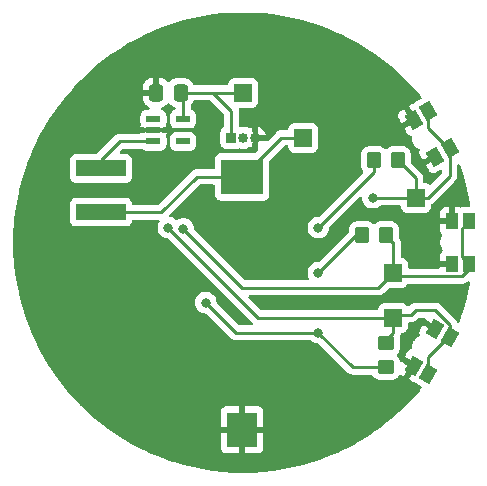
<source format=gbl>
%TF.GenerationSoftware,KiCad,Pcbnew,(6.0.11)*%
%TF.CreationDate,2023-03-09T12:19:08+01:00*%
%TF.ProjectId,Horloge,486f726c-6f67-4652-9e6b-696361645f70,rev?*%
%TF.SameCoordinates,Original*%
%TF.FileFunction,Copper,L2,Bot*%
%TF.FilePolarity,Positive*%
%FSLAX46Y46*%
G04 Gerber Fmt 4.6, Leading zero omitted, Abs format (unit mm)*
G04 Created by KiCad (PCBNEW (6.0.11)) date 2023-03-09 12:19:08*
%MOMM*%
%LPD*%
G01*
G04 APERTURE LIST*
G04 Aperture macros list*
%AMRoundRect*
0 Rectangle with rounded corners*
0 $1 Rounding radius*
0 $2 $3 $4 $5 $6 $7 $8 $9 X,Y pos of 4 corners*
0 Add a 4 corners polygon primitive as box body*
4,1,4,$2,$3,$4,$5,$6,$7,$8,$9,$2,$3,0*
0 Add four circle primitives for the rounded corners*
1,1,$1+$1,$2,$3*
1,1,$1+$1,$4,$5*
1,1,$1+$1,$6,$7*
1,1,$1+$1,$8,$9*
0 Add four rect primitives between the rounded corners*
20,1,$1+$1,$2,$3,$4,$5,0*
20,1,$1+$1,$4,$5,$6,$7,0*
20,1,$1+$1,$6,$7,$8,$9,0*
20,1,$1+$1,$8,$9,$2,$3,0*%
%AMRotRect*
0 Rectangle, with rotation*
0 The origin of the aperture is its center*
0 $1 length*
0 $2 width*
0 $3 Rotation angle, in degrees counterclockwise*
0 Add horizontal line*
21,1,$1,$2,0,0,$3*%
G04 Aperture macros list end*
%TA.AperFunction,ComponentPad*%
%ADD10R,0.850000X0.850000*%
%TD*%
%TA.AperFunction,ComponentPad*%
%ADD11O,0.850000X0.850000*%
%TD*%
%TA.AperFunction,SMDPad,CuDef*%
%ADD12R,1.050000X1.400000*%
%TD*%
%TA.AperFunction,SMDPad,CuDef*%
%ADD13R,4.200000X1.400000*%
%TD*%
%TA.AperFunction,SMDPad,CuDef*%
%ADD14R,3.600000X3.000000*%
%TD*%
%TA.AperFunction,SMDPad,CuDef*%
%ADD15R,2.600000X3.000000*%
%TD*%
%TA.AperFunction,SMDPad,CuDef*%
%ADD16RotRect,1.400000X1.050000X240.000000*%
%TD*%
%TA.AperFunction,SMDPad,CuDef*%
%ADD17R,1.500000X1.500000*%
%TD*%
%TA.AperFunction,SMDPad,CuDef*%
%ADD18RoundRect,0.088500X-0.516500X-0.206500X0.516500X-0.206500X0.516500X0.206500X-0.516500X0.206500X0*%
%TD*%
%TA.AperFunction,SMDPad,CuDef*%
%ADD19RoundRect,0.250000X0.450000X-0.350000X0.450000X0.350000X-0.450000X0.350000X-0.450000X-0.350000X0*%
%TD*%
%TA.AperFunction,SMDPad,CuDef*%
%ADD20RoundRect,0.250000X-0.350000X-0.450000X0.350000X-0.450000X0.350000X0.450000X-0.350000X0.450000X0*%
%TD*%
%TA.AperFunction,SMDPad,CuDef*%
%ADD21RotRect,1.400000X1.050000X300.000000*%
%TD*%
%TA.AperFunction,SMDPad,CuDef*%
%ADD22RoundRect,0.250000X0.337500X0.475000X-0.337500X0.475000X-0.337500X-0.475000X0.337500X-0.475000X0*%
%TD*%
%TA.AperFunction,ViaPad*%
%ADD23C,0.800000*%
%TD*%
%TA.AperFunction,Conductor*%
%ADD24C,0.250000*%
%TD*%
G04 APERTURE END LIST*
D10*
%TO.P,J1,1,Pin_1*%
%TO.N,+5V*%
X82820000Y-82550000D03*
D11*
%TO.P,J1,2,Pin_2*%
%TO.N,UDPI*%
X83820000Y-82550000D03*
%TO.P,J1,3,Pin_3*%
%TO.N,GND*%
X84820000Y-82550000D03*
%TD*%
D12*
%TO.P,S2,1_1*%
%TO.N,GND*%
X101510000Y-89640000D03*
%TO.P,S2,1_2*%
X101510000Y-93240000D03*
%TO.P,S2,2_1*%
%TO.N,KNOP MIDDEN*%
X102960000Y-89640000D03*
%TO.P,S2,2_2*%
X102960000Y-93240000D03*
%TD*%
D13*
%TO.P,L1,1,1*%
%TO.N,VCC*%
X71755000Y-88845000D03*
%TO.P,L1,2,2*%
%TO.N,Net-(L1-Pad2)*%
X71755000Y-85145000D03*
%TD*%
D14*
%TO.P,BT1,+*%
%TO.N,VCC*%
X83720000Y-85862681D03*
D15*
%TO.P,BT1,-*%
%TO.N,GND*%
X83720000Y-107262681D03*
%TD*%
D16*
%TO.P,S1,1_1*%
%TO.N,GND*%
X100042728Y-98721409D03*
%TO.P,S1,1_2*%
X98242728Y-101839101D03*
%TO.P,S1,2_1*%
%TO.N,KNOP RECHTS*%
X101298464Y-99446409D03*
%TO.P,S1,2_2*%
X99498464Y-102564101D03*
%TD*%
D17*
%TO.P,TP7,1,1*%
%TO.N,VCC*%
X88900000Y-82550000D03*
%TD*%
%TO.P,TP4,1,1*%
%TO.N,KNOP RECHTS*%
X96520000Y-97790000D03*
%TD*%
D18*
%TO.P,U1,1,SW*%
%TO.N,Net-(L1-Pad2)*%
X76215000Y-82865000D03*
%TO.P,U1,2,GND*%
%TO.N,GND*%
X76215000Y-81915000D03*
%TO.P,U1,3*%
%TO.N,N/C*%
X76215000Y-80965000D03*
%TO.P,U1,4,VOUT*%
%TO.N,+5V*%
X78725000Y-80965000D03*
%TO.P,U1,5*%
%TO.N,N/C*%
X78725000Y-82865000D03*
%TD*%
D19*
%TO.P,R1,1*%
%TO.N,+5V*%
X95885000Y-101965000D03*
%TO.P,R1,2*%
%TO.N,KNOP RECHTS*%
X95885000Y-99965000D03*
%TD*%
D17*
%TO.P,TP3,1,1*%
%TO.N,+5V*%
X83820000Y-78740000D03*
%TD*%
%TO.P,TP5,1,1*%
%TO.N,KNOP MIDDEN*%
X96520000Y-93980000D03*
%TD*%
D20*
%TO.P,R3,1*%
%TO.N,+5V*%
X94885000Y-84455000D03*
%TO.P,R3,2*%
%TO.N,KNOP LINKS*%
X96885000Y-84455000D03*
%TD*%
D21*
%TO.P,S3,1_1*%
%TO.N,GND*%
X98239318Y-81034990D03*
%TO.P,S3,1_2*%
X100039318Y-84152682D03*
%TO.P,S3,2_1*%
%TO.N,KNOP LINKS*%
X99495054Y-80309990D03*
%TO.P,S3,2_2*%
X101295054Y-83427682D03*
%TD*%
D20*
%TO.P,R2,1*%
%TO.N,+5V*%
X93885000Y-90805000D03*
%TO.P,R2,2*%
%TO.N,KNOP MIDDEN*%
X95885000Y-90805000D03*
%TD*%
D17*
%TO.P,TP6,1,1*%
%TO.N,KNOP LINKS*%
X98425000Y-87630000D03*
%TD*%
D22*
%TO.P,C1,1*%
%TO.N,+5V*%
X78507500Y-78740000D03*
%TO.P,C1,2*%
%TO.N,GND*%
X76432500Y-78740000D03*
%TD*%
D23*
%TO.N,+5V*%
X90170000Y-90170000D03*
X90170000Y-93980000D03*
X80645000Y-96520000D03*
X90170000Y-99060000D03*
%TO.N,GND*%
X88900000Y-93980000D03*
X102235000Y-86995000D03*
X80645000Y-74295000D03*
X88900000Y-96520000D03*
X101600000Y-96520000D03*
X81915000Y-76200000D03*
%TO.N,KNOP RECHTS*%
X77470000Y-90170000D03*
%TO.N,KNOP MIDDEN*%
X78740000Y-90259500D03*
%TO.N,KNOP LINKS*%
X94763208Y-87630000D03*
%TD*%
D24*
%TO.N,+5V*%
X90170000Y-90170000D02*
X94885000Y-85455000D01*
X90170000Y-93980000D02*
X93345000Y-90805000D01*
X78725000Y-80965000D02*
X78725000Y-78957500D01*
X93075000Y-101965000D02*
X95885000Y-101965000D01*
X81280000Y-78740000D02*
X83820000Y-78740000D01*
X82820000Y-80280000D02*
X81280000Y-78740000D01*
X93345000Y-90805000D02*
X93885000Y-90805000D01*
X90170000Y-99060000D02*
X93075000Y-101965000D01*
X83185000Y-99060000D02*
X90170000Y-99060000D01*
X78507500Y-78740000D02*
X81280000Y-78740000D01*
X80645000Y-96520000D02*
X83185000Y-99060000D01*
X82820000Y-82550000D02*
X82820000Y-80280000D01*
X94885000Y-85455000D02*
X94885000Y-84455000D01*
%TO.N,GND*%
X81915000Y-76200000D02*
X81915000Y-75565000D01*
X81915000Y-75565000D02*
X80645000Y-74295000D01*
%TO.N,VCC*%
X83720000Y-85862681D02*
X87032681Y-82550000D01*
X71755000Y-88845000D02*
X76890000Y-88845000D01*
X76890000Y-88845000D02*
X79872319Y-85862681D01*
X87032681Y-82550000D02*
X88900000Y-82550000D01*
X83720000Y-85862681D02*
X79872319Y-85862681D01*
%TO.N,Net-(L1-Pad2)*%
X73345000Y-82865000D02*
X76215000Y-82865000D01*
X71755000Y-84455000D02*
X71755000Y-85145000D01*
X73345000Y-82865000D02*
X71755000Y-84455000D01*
%TO.N,KNOP RECHTS*%
X85090000Y-97790000D02*
X96520000Y-97790000D01*
X98425000Y-97155000D02*
X100084320Y-97155000D01*
X96520000Y-99060000D02*
X96520000Y-97790000D01*
X99498464Y-101119003D02*
X101171058Y-99446409D01*
X96782309Y-97527691D02*
X98052309Y-97527691D01*
X95885000Y-99695000D02*
X96520000Y-99060000D01*
X100084320Y-97155000D02*
X101298464Y-98369144D01*
X99498464Y-102564101D02*
X99498464Y-101119003D01*
X101298464Y-98369144D02*
X101298464Y-99446409D01*
X98052309Y-97527691D02*
X98425000Y-97155000D01*
X77470000Y-90170000D02*
X85090000Y-97790000D01*
%TO.N,KNOP MIDDEN*%
X96520000Y-93980000D02*
X96520000Y-91440000D01*
X102360000Y-90240000D02*
X102960000Y-89640000D01*
X102960000Y-93240000D02*
X102360000Y-92640000D01*
X83730500Y-95250000D02*
X78740000Y-90259500D01*
X96520000Y-91440000D02*
X95885000Y-90805000D01*
X83730500Y-95250000D02*
X95250000Y-95250000D01*
X96805000Y-94265000D02*
X102360000Y-94265000D01*
X102360000Y-94265000D02*
X102960000Y-93665000D01*
X95250000Y-95250000D02*
X96520000Y-93980000D01*
X102360000Y-92640000D02*
X102360000Y-90240000D01*
%TO.N,KNOP LINKS*%
X101167648Y-83427682D02*
X99495054Y-81755088D01*
X101295054Y-85759946D02*
X101295054Y-83427682D01*
X99425000Y-87630000D02*
X101295054Y-85759946D01*
X94763208Y-87630000D02*
X98425000Y-87630000D01*
X98425000Y-85995000D02*
X98425000Y-87630000D01*
X99495054Y-81755088D02*
X99495054Y-80309990D01*
X96885000Y-84455000D02*
X98425000Y-85995000D01*
X98425000Y-87630000D02*
X99425000Y-87630000D01*
%TD*%
%TA.AperFunction,Conductor*%
%TO.N,GND*%
G36*
X83915060Y-71950574D02*
G01*
X84667469Y-71966992D01*
X84672950Y-71967232D01*
X85516055Y-72022491D01*
X85521523Y-72022970D01*
X86361403Y-72114951D01*
X86366854Y-72115668D01*
X87201958Y-72244204D01*
X87207371Y-72245159D01*
X87628286Y-72328883D01*
X88036050Y-72409992D01*
X88041388Y-72411176D01*
X88862111Y-72612006D01*
X88867420Y-72613429D01*
X89678565Y-72849856D01*
X89683808Y-72851509D01*
X90483892Y-73123100D01*
X90489028Y-73124970D01*
X91276526Y-73431211D01*
X91281585Y-73433307D01*
X91597375Y-73572258D01*
X92054945Y-73773594D01*
X92059927Y-73775917D01*
X92817692Y-74149605D01*
X92822569Y-74152143D01*
X93192961Y-74355347D01*
X93563372Y-74558561D01*
X93568077Y-74561278D01*
X94290436Y-74999617D01*
X94295060Y-75002563D01*
X94997596Y-75471982D01*
X95002065Y-75475111D01*
X95343869Y-75725732D01*
X95683466Y-75974735D01*
X95687827Y-75978082D01*
X96346733Y-76506910D01*
X96350945Y-76510443D01*
X96986201Y-77067547D01*
X96990254Y-77071261D01*
X97600586Y-77655527D01*
X97604473Y-77659414D01*
X97734998Y-77795762D01*
X98029134Y-78103020D01*
X98188739Y-78269746D01*
X98192453Y-78273799D01*
X98749557Y-78909055D01*
X98753090Y-78913267D01*
X98896792Y-79092316D01*
X98923832Y-79157962D01*
X98911087Y-79227805D01*
X98861527Y-79280301D01*
X98397407Y-79548260D01*
X98397398Y-79548266D01*
X98394455Y-79549965D01*
X98391714Y-79551971D01*
X98391708Y-79551975D01*
X98350358Y-79582239D01*
X98350356Y-79582241D01*
X98343982Y-79586906D01*
X98326859Y-79607715D01*
X98312654Y-79624978D01*
X98253925Y-79664871D01*
X98236046Y-79669208D01*
X98196587Y-79675775D01*
X98181572Y-79680258D01*
X98134748Y-79700911D01*
X98128672Y-79703994D01*
X97870978Y-79852774D01*
X97860018Y-79864269D01*
X97859669Y-79866077D01*
X97862062Y-79873564D01*
X98523288Y-81018841D01*
X98540026Y-81087836D01*
X98516806Y-81154928D01*
X98477169Y-81190960D01*
X98146348Y-81381960D01*
X97487403Y-81762402D01*
X97476443Y-81773897D01*
X97476094Y-81775705D01*
X97478487Y-81783192D01*
X97717060Y-82196410D01*
X97720764Y-82202093D01*
X97750997Y-82243403D01*
X97761762Y-82254796D01*
X97861090Y-82336529D01*
X97876282Y-82345767D01*
X97993570Y-82395915D01*
X98010733Y-82400515D01*
X98030269Y-82402861D01*
X98095519Y-82430844D01*
X98135281Y-82489662D01*
X98139551Y-82548540D01*
X98134358Y-82579906D01*
X98127142Y-82623499D01*
X98125547Y-82633131D01*
X98125904Y-82639947D01*
X98125904Y-82639951D01*
X98132753Y-82770612D01*
X98135310Y-82819403D01*
X98184843Y-82999234D01*
X98271838Y-83164234D01*
X98276243Y-83169447D01*
X98276246Y-83169451D01*
X98387827Y-83301489D01*
X98387831Y-83301493D01*
X98392234Y-83306703D01*
X98397658Y-83310850D01*
X98397659Y-83310851D01*
X98534994Y-83415852D01*
X98534998Y-83415855D01*
X98540415Y-83419996D01*
X98546595Y-83422878D01*
X98546597Y-83422879D01*
X98686666Y-83488194D01*
X98739951Y-83535111D01*
X98759412Y-83603389D01*
X98749270Y-83651926D01*
X98742447Y-83667882D01*
X98737848Y-83685044D01*
X98722634Y-83811694D01*
X98723037Y-83829466D01*
X98744157Y-83956357D01*
X98748641Y-83971373D01*
X98769293Y-84018198D01*
X98772376Y-84024274D01*
X99008656Y-84433523D01*
X99020151Y-84444483D01*
X99021959Y-84444832D01*
X99029446Y-84442439D01*
X100023169Y-83868712D01*
X100092164Y-83851974D01*
X100159256Y-83875194D01*
X100195288Y-83914831D01*
X100323288Y-84136533D01*
X100340026Y-84205528D01*
X100316806Y-84272620D01*
X100277169Y-84308652D01*
X99287402Y-84880094D01*
X99276442Y-84891589D01*
X99276094Y-84893396D01*
X99278487Y-84900884D01*
X99517060Y-85314102D01*
X99520764Y-85319785D01*
X99550997Y-85361095D01*
X99561762Y-85372488D01*
X99661090Y-85454221D01*
X99676282Y-85463459D01*
X99793570Y-85513607D01*
X99810732Y-85518206D01*
X99937384Y-85533420D01*
X99955156Y-85533017D01*
X100082048Y-85511897D01*
X100097064Y-85507414D01*
X100143888Y-85486761D01*
X100149964Y-85483678D01*
X100472554Y-85297430D01*
X100541549Y-85280692D01*
X100608641Y-85303912D01*
X100652528Y-85359719D01*
X100661554Y-85406549D01*
X100661554Y-85445352D01*
X100641552Y-85513473D01*
X100624653Y-85534443D01*
X99675005Y-86484090D01*
X99612695Y-86518114D01*
X99541879Y-86513049D01*
X99510349Y-86495820D01*
X99421705Y-86429385D01*
X99285316Y-86378255D01*
X99223134Y-86371500D01*
X99184500Y-86371500D01*
X99116379Y-86351498D01*
X99069886Y-86297842D01*
X99058500Y-86245500D01*
X99058500Y-86073767D01*
X99059027Y-86062584D01*
X99060702Y-86055091D01*
X99058562Y-85987000D01*
X99058500Y-85983043D01*
X99058500Y-85955144D01*
X99057996Y-85951153D01*
X99057063Y-85939311D01*
X99056779Y-85930258D01*
X99055674Y-85895111D01*
X99053462Y-85887497D01*
X99053461Y-85887492D01*
X99050023Y-85875659D01*
X99046012Y-85856295D01*
X99044467Y-85844064D01*
X99043474Y-85836203D01*
X99040557Y-85828836D01*
X99040556Y-85828831D01*
X99027198Y-85795092D01*
X99023354Y-85783865D01*
X99013230Y-85749022D01*
X99011018Y-85741407D01*
X99003563Y-85728802D01*
X99000707Y-85723972D01*
X98992012Y-85706224D01*
X98984552Y-85687383D01*
X98959934Y-85653498D01*
X98958564Y-85651613D01*
X98952048Y-85641693D01*
X98933580Y-85610465D01*
X98933578Y-85610462D01*
X98929542Y-85603638D01*
X98915221Y-85589317D01*
X98902380Y-85574283D01*
X98895131Y-85564306D01*
X98890472Y-85557893D01*
X98884368Y-85552843D01*
X98884363Y-85552838D01*
X98856402Y-85529707D01*
X98847621Y-85521717D01*
X98030404Y-84704499D01*
X97996379Y-84642187D01*
X97993500Y-84615404D01*
X97993500Y-83954600D01*
X97992323Y-83943255D01*
X97983238Y-83855692D01*
X97983237Y-83855688D01*
X97982526Y-83848834D01*
X97976065Y-83829466D01*
X97928868Y-83688002D01*
X97926550Y-83681054D01*
X97833478Y-83530652D01*
X97708303Y-83405695D01*
X97665205Y-83379129D01*
X97563968Y-83316725D01*
X97563966Y-83316724D01*
X97557738Y-83312885D01*
X97397254Y-83259655D01*
X97396389Y-83259368D01*
X97396387Y-83259368D01*
X97389861Y-83257203D01*
X97383025Y-83256503D01*
X97383022Y-83256502D01*
X97339969Y-83252091D01*
X97285400Y-83246500D01*
X96484600Y-83246500D01*
X96481354Y-83246837D01*
X96481350Y-83246837D01*
X96385692Y-83256762D01*
X96385688Y-83256763D01*
X96378834Y-83257474D01*
X96372298Y-83259655D01*
X96372296Y-83259655D01*
X96261772Y-83296529D01*
X96211054Y-83313450D01*
X96060652Y-83406522D01*
X95984177Y-83483131D01*
X95974216Y-83493109D01*
X95911934Y-83527188D01*
X95841114Y-83522185D01*
X95796025Y-83493264D01*
X95713483Y-83410866D01*
X95708303Y-83405695D01*
X95665205Y-83379129D01*
X95563968Y-83316725D01*
X95563966Y-83316724D01*
X95557738Y-83312885D01*
X95397254Y-83259655D01*
X95396389Y-83259368D01*
X95396387Y-83259368D01*
X95389861Y-83257203D01*
X95383025Y-83256503D01*
X95383022Y-83256502D01*
X95339969Y-83252091D01*
X95285400Y-83246500D01*
X94484600Y-83246500D01*
X94481354Y-83246837D01*
X94481350Y-83246837D01*
X94385692Y-83256762D01*
X94385688Y-83256763D01*
X94378834Y-83257474D01*
X94372298Y-83259655D01*
X94372296Y-83259655D01*
X94261772Y-83296529D01*
X94211054Y-83313450D01*
X94060652Y-83406522D01*
X93935695Y-83531697D01*
X93931855Y-83537927D01*
X93931854Y-83537928D01*
X93851281Y-83668642D01*
X93842885Y-83682262D01*
X93822000Y-83745229D01*
X93799955Y-83811694D01*
X93787203Y-83850139D01*
X93786503Y-83856975D01*
X93786502Y-83856978D01*
X93785300Y-83868712D01*
X93776500Y-83954600D01*
X93776500Y-84955400D01*
X93787474Y-85061166D01*
X93843450Y-85228946D01*
X93933036Y-85373715D01*
X93951873Y-85442163D01*
X93930712Y-85509933D01*
X93914986Y-85529110D01*
X90219500Y-89224595D01*
X90157188Y-89258621D01*
X90130405Y-89261500D01*
X90074513Y-89261500D01*
X90068061Y-89262872D01*
X90068056Y-89262872D01*
X89981113Y-89281353D01*
X89887712Y-89301206D01*
X89881682Y-89303891D01*
X89881681Y-89303891D01*
X89719278Y-89376197D01*
X89719276Y-89376198D01*
X89713248Y-89378882D01*
X89558747Y-89491134D01*
X89554326Y-89496044D01*
X89554325Y-89496045D01*
X89469983Y-89589717D01*
X89430960Y-89633056D01*
X89335473Y-89798444D01*
X89276458Y-89980072D01*
X89275768Y-89986633D01*
X89275768Y-89986635D01*
X89269742Y-90043971D01*
X89256496Y-90170000D01*
X89276458Y-90359928D01*
X89335473Y-90541556D01*
X89430960Y-90706944D01*
X89558747Y-90848866D01*
X89713248Y-90961118D01*
X89719276Y-90963802D01*
X89719278Y-90963803D01*
X89881681Y-91036109D01*
X89887712Y-91038794D01*
X89981113Y-91058647D01*
X90068056Y-91077128D01*
X90068061Y-91077128D01*
X90074513Y-91078500D01*
X90265487Y-91078500D01*
X90271939Y-91077128D01*
X90271944Y-91077128D01*
X90358887Y-91058647D01*
X90452288Y-91038794D01*
X90458319Y-91036109D01*
X90620722Y-90963803D01*
X90620724Y-90963802D01*
X90626752Y-90961118D01*
X90781253Y-90848866D01*
X90909040Y-90706944D01*
X91004527Y-90541556D01*
X91063542Y-90359928D01*
X91080907Y-90194706D01*
X91107920Y-90129050D01*
X91117122Y-90118782D01*
X91868019Y-89367885D01*
X100477000Y-89367885D01*
X100481475Y-89383124D01*
X100482865Y-89384329D01*
X100490548Y-89386000D01*
X101237885Y-89386000D01*
X101253124Y-89381525D01*
X101254329Y-89380135D01*
X101256000Y-89372452D01*
X101256000Y-88450116D01*
X101251525Y-88434877D01*
X101250135Y-88433672D01*
X101242452Y-88432001D01*
X100940331Y-88432001D01*
X100933510Y-88432371D01*
X100882648Y-88437895D01*
X100867396Y-88441521D01*
X100746946Y-88486676D01*
X100731351Y-88495214D01*
X100629276Y-88571715D01*
X100616715Y-88584276D01*
X100540214Y-88686351D01*
X100531676Y-88701946D01*
X100486522Y-88822394D01*
X100482895Y-88837649D01*
X100477369Y-88888514D01*
X100477000Y-88895328D01*
X100477000Y-89367885D01*
X91868019Y-89367885D01*
X92492643Y-88743261D01*
X93639726Y-87596179D01*
X93702036Y-87562154D01*
X93772851Y-87567219D01*
X93829687Y-87609766D01*
X93854129Y-87672104D01*
X93865652Y-87781739D01*
X93869666Y-87819928D01*
X93928681Y-88001556D01*
X94024168Y-88166944D01*
X94028586Y-88171851D01*
X94028587Y-88171852D01*
X94111107Y-88263500D01*
X94151955Y-88308866D01*
X94306456Y-88421118D01*
X94312484Y-88423802D01*
X94312486Y-88423803D01*
X94395460Y-88460745D01*
X94480920Y-88498794D01*
X94574321Y-88518647D01*
X94661264Y-88537128D01*
X94661269Y-88537128D01*
X94667721Y-88538500D01*
X94858695Y-88538500D01*
X94865147Y-88537128D01*
X94865152Y-88537128D01*
X94952095Y-88518647D01*
X95045496Y-88498794D01*
X95130956Y-88460745D01*
X95213930Y-88423803D01*
X95213932Y-88423802D01*
X95219960Y-88421118D01*
X95374461Y-88308866D01*
X95378876Y-88303963D01*
X95383788Y-88299540D01*
X95384913Y-88300789D01*
X95438222Y-88267949D01*
X95471408Y-88263500D01*
X97040500Y-88263500D01*
X97108621Y-88283502D01*
X97155114Y-88337158D01*
X97166500Y-88389500D01*
X97166500Y-88428134D01*
X97173255Y-88490316D01*
X97224385Y-88626705D01*
X97311739Y-88743261D01*
X97428295Y-88830615D01*
X97564684Y-88881745D01*
X97626866Y-88888500D01*
X99223134Y-88888500D01*
X99285316Y-88881745D01*
X99421705Y-88830615D01*
X99538261Y-88743261D01*
X99625615Y-88626705D01*
X99676745Y-88490316D01*
X99683500Y-88428134D01*
X99683500Y-88289438D01*
X99703502Y-88221317D01*
X99735440Y-88187501D01*
X99768387Y-88163564D01*
X99778307Y-88157048D01*
X99809535Y-88138580D01*
X99809538Y-88138578D01*
X99816362Y-88134542D01*
X99830683Y-88120221D01*
X99845717Y-88107380D01*
X99855694Y-88100131D01*
X99862107Y-88095472D01*
X99890298Y-88061395D01*
X99898288Y-88052616D01*
X101687307Y-86263598D01*
X101695593Y-86256058D01*
X101702072Y-86251946D01*
X101748698Y-86202294D01*
X101751452Y-86199453D01*
X101771189Y-86179716D01*
X101773669Y-86176519D01*
X101781374Y-86167497D01*
X101806213Y-86141046D01*
X101811640Y-86135267D01*
X101815459Y-86128321D01*
X101815461Y-86128318D01*
X101821402Y-86117512D01*
X101832253Y-86100993D01*
X101839812Y-86091247D01*
X101844668Y-86084987D01*
X101847813Y-86077718D01*
X101847816Y-86077714D01*
X101862228Y-86044409D01*
X101867445Y-86033759D01*
X101888749Y-85995006D01*
X101893787Y-85975383D01*
X101900191Y-85956680D01*
X101905087Y-85945366D01*
X101905087Y-85945365D01*
X101908235Y-85938091D01*
X101909474Y-85930268D01*
X101909477Y-85930258D01*
X101915153Y-85894422D01*
X101917559Y-85882802D01*
X101926582Y-85847657D01*
X101926582Y-85847656D01*
X101928554Y-85839976D01*
X101928554Y-85819722D01*
X101930105Y-85800011D01*
X101932034Y-85787832D01*
X101933274Y-85780003D01*
X101929113Y-85735984D01*
X101928554Y-85724127D01*
X101928554Y-84925512D01*
X101948556Y-84857391D01*
X102002212Y-84810898D01*
X102072486Y-84800794D01*
X102137066Y-84830288D01*
X102173867Y-84885011D01*
X102408491Y-85576192D01*
X102410144Y-85581435D01*
X102479598Y-85819722D01*
X102617068Y-86291358D01*
X102646571Y-86392580D01*
X102647993Y-86397885D01*
X102795346Y-87000062D01*
X102848821Y-87218597D01*
X102850011Y-87223965D01*
X103014841Y-88052629D01*
X103015795Y-88058042D01*
X103050933Y-88286332D01*
X103041527Y-88356703D01*
X102995569Y-88410817D01*
X102926400Y-88431500D01*
X102386866Y-88431500D01*
X102324684Y-88438255D01*
X102305230Y-88445548D01*
X102278518Y-88455562D01*
X102207711Y-88460745D01*
X102190058Y-88455562D01*
X102152606Y-88441522D01*
X102137351Y-88437895D01*
X102086486Y-88432369D01*
X102079672Y-88432000D01*
X101782115Y-88432000D01*
X101766876Y-88436475D01*
X101765671Y-88437865D01*
X101764000Y-88445548D01*
X101764000Y-89768000D01*
X101743998Y-89836121D01*
X101690342Y-89882614D01*
X101638000Y-89894000D01*
X100495116Y-89894000D01*
X100479877Y-89898475D01*
X100478672Y-89899865D01*
X100477001Y-89907548D01*
X100477001Y-90384669D01*
X100477371Y-90391490D01*
X100482895Y-90442352D01*
X100486521Y-90457604D01*
X100531676Y-90578054D01*
X100540214Y-90593649D01*
X100616715Y-90695724D01*
X100629274Y-90708283D01*
X100642326Y-90718065D01*
X100684840Y-90774925D01*
X100689865Y-90845743D01*
X100670972Y-90889713D01*
X100576354Y-91028940D01*
X100572520Y-91034582D01*
X100569988Y-91040911D01*
X100569987Y-91040914D01*
X100522183Y-91160432D01*
X100503249Y-91207771D01*
X100472784Y-91391795D01*
X100473141Y-91398611D01*
X100473141Y-91398615D01*
X100478460Y-91500092D01*
X100482547Y-91578067D01*
X100532080Y-91757898D01*
X100619075Y-91922898D01*
X100623480Y-91928111D01*
X100623483Y-91928115D01*
X100665537Y-91977878D01*
X100694229Y-92042819D01*
X100683256Y-92112962D01*
X100644865Y-92160032D01*
X100629274Y-92171717D01*
X100616715Y-92184276D01*
X100540214Y-92286351D01*
X100531676Y-92301946D01*
X100486522Y-92422394D01*
X100482895Y-92437649D01*
X100477369Y-92488514D01*
X100477000Y-92495328D01*
X100477000Y-92967885D01*
X100481475Y-92983124D01*
X100482865Y-92984329D01*
X100490548Y-92986000D01*
X101638000Y-92986000D01*
X101706121Y-93006002D01*
X101752614Y-93059658D01*
X101764000Y-93112000D01*
X101764000Y-93368000D01*
X101743998Y-93436121D01*
X101690342Y-93482614D01*
X101638000Y-93494000D01*
X100495116Y-93494000D01*
X100479877Y-93498475D01*
X100478672Y-93499865D01*
X100474122Y-93520783D01*
X100472610Y-93520454D01*
X100456999Y-93573621D01*
X100403343Y-93620114D01*
X100351001Y-93631500D01*
X97904500Y-93631500D01*
X97836379Y-93611498D01*
X97789886Y-93557842D01*
X97778500Y-93505500D01*
X97778500Y-93181866D01*
X97771745Y-93119684D01*
X97720615Y-92983295D01*
X97633261Y-92866739D01*
X97516705Y-92779385D01*
X97380316Y-92728255D01*
X97318134Y-92721500D01*
X97279500Y-92721500D01*
X97211379Y-92701498D01*
X97164886Y-92647842D01*
X97153500Y-92595500D01*
X97153500Y-91518768D01*
X97154027Y-91507585D01*
X97155702Y-91500092D01*
X97153562Y-91432001D01*
X97153500Y-91428044D01*
X97153500Y-91400144D01*
X97152996Y-91396153D01*
X97152063Y-91384311D01*
X97150923Y-91348036D01*
X97150674Y-91340111D01*
X97145021Y-91320652D01*
X97141012Y-91301293D01*
X97140846Y-91299983D01*
X97138474Y-91281203D01*
X97135558Y-91273837D01*
X97135556Y-91273831D01*
X97122200Y-91240098D01*
X97118355Y-91228868D01*
X97108230Y-91194017D01*
X97108230Y-91194016D01*
X97106019Y-91186407D01*
X97095705Y-91168966D01*
X97087008Y-91151213D01*
X97082472Y-91139758D01*
X97079552Y-91132383D01*
X97053563Y-91096612D01*
X97047047Y-91086692D01*
X97041391Y-91077128D01*
X97024542Y-91048638D01*
X97019753Y-91043849D01*
X96993993Y-90978241D01*
X96993500Y-90967101D01*
X96993500Y-90304600D01*
X96988821Y-90259500D01*
X96983238Y-90205692D01*
X96983237Y-90205688D01*
X96982526Y-90198834D01*
X96975097Y-90176565D01*
X96928868Y-90038002D01*
X96926550Y-90031054D01*
X96833478Y-89880652D01*
X96708303Y-89755695D01*
X96689248Y-89743949D01*
X96563968Y-89666725D01*
X96563966Y-89666724D01*
X96557738Y-89662885D01*
X96453009Y-89628148D01*
X96396389Y-89609368D01*
X96396387Y-89609368D01*
X96389861Y-89607203D01*
X96383025Y-89606503D01*
X96383022Y-89606502D01*
X96339969Y-89602091D01*
X96285400Y-89596500D01*
X95484600Y-89596500D01*
X95481354Y-89596837D01*
X95481350Y-89596837D01*
X95385692Y-89606762D01*
X95385688Y-89606763D01*
X95378834Y-89607474D01*
X95372298Y-89609655D01*
X95372296Y-89609655D01*
X95258982Y-89647460D01*
X95211054Y-89663450D01*
X95060652Y-89756522D01*
X95055479Y-89761704D01*
X94974216Y-89843109D01*
X94911934Y-89877188D01*
X94841114Y-89872185D01*
X94796025Y-89843264D01*
X94713483Y-89760866D01*
X94708303Y-89755695D01*
X94689248Y-89743949D01*
X94563968Y-89666725D01*
X94563966Y-89666724D01*
X94557738Y-89662885D01*
X94453009Y-89628148D01*
X94396389Y-89609368D01*
X94396387Y-89609368D01*
X94389861Y-89607203D01*
X94383025Y-89606503D01*
X94383022Y-89606502D01*
X94339969Y-89602091D01*
X94285400Y-89596500D01*
X93484600Y-89596500D01*
X93481354Y-89596837D01*
X93481350Y-89596837D01*
X93385692Y-89606762D01*
X93385688Y-89606763D01*
X93378834Y-89607474D01*
X93372298Y-89609655D01*
X93372296Y-89609655D01*
X93258982Y-89647460D01*
X93211054Y-89663450D01*
X93060652Y-89756522D01*
X92935695Y-89881697D01*
X92931855Y-89887927D01*
X92931854Y-89887928D01*
X92859727Y-90004940D01*
X92842885Y-90032262D01*
X92832592Y-90063294D01*
X92797200Y-90170000D01*
X92787203Y-90200139D01*
X92776500Y-90304600D01*
X92776500Y-90425406D01*
X92756498Y-90493527D01*
X92739595Y-90514501D01*
X90219500Y-93034595D01*
X90157188Y-93068621D01*
X90130405Y-93071500D01*
X90074513Y-93071500D01*
X90068061Y-93072872D01*
X90068056Y-93072872D01*
X89981113Y-93091353D01*
X89887712Y-93111206D01*
X89881682Y-93113891D01*
X89881681Y-93113891D01*
X89719278Y-93186197D01*
X89719276Y-93186198D01*
X89713248Y-93188882D01*
X89558747Y-93301134D01*
X89430960Y-93443056D01*
X89335473Y-93608444D01*
X89276458Y-93790072D01*
X89256496Y-93980000D01*
X89276458Y-94169928D01*
X89335473Y-94351556D01*
X89338776Y-94357278D01*
X89338777Y-94357279D01*
X89379319Y-94427500D01*
X89396057Y-94496496D01*
X89372836Y-94563587D01*
X89317029Y-94607474D01*
X89270200Y-94616500D01*
X84045094Y-94616500D01*
X83976973Y-94596498D01*
X83955999Y-94579595D01*
X79687122Y-90310717D01*
X79653096Y-90248405D01*
X79650907Y-90234792D01*
X79634232Y-90076135D01*
X79634232Y-90076133D01*
X79633542Y-90069572D01*
X79574527Y-89887944D01*
X79548642Y-89843109D01*
X79489806Y-89741204D01*
X79479040Y-89722556D01*
X79429468Y-89667500D01*
X79355675Y-89585545D01*
X79355674Y-89585544D01*
X79351253Y-89580634D01*
X79240551Y-89500204D01*
X79202094Y-89472263D01*
X79202093Y-89472262D01*
X79196752Y-89468382D01*
X79190724Y-89465698D01*
X79190722Y-89465697D01*
X79028319Y-89393391D01*
X79028318Y-89393391D01*
X79022288Y-89390706D01*
X78928888Y-89370853D01*
X78841944Y-89352372D01*
X78841939Y-89352372D01*
X78835487Y-89351000D01*
X78644513Y-89351000D01*
X78638061Y-89352372D01*
X78638056Y-89352372D01*
X78551112Y-89370853D01*
X78457712Y-89390706D01*
X78451682Y-89393391D01*
X78451681Y-89393391D01*
X78289278Y-89465697D01*
X78289276Y-89465698D01*
X78283248Y-89468382D01*
X78241792Y-89498502D01*
X78239449Y-89500204D01*
X78172581Y-89524062D01*
X78103430Y-89507982D01*
X78083544Y-89493679D01*
X78081253Y-89491134D01*
X77946722Y-89393391D01*
X77932094Y-89382763D01*
X77932093Y-89382762D01*
X77926752Y-89378882D01*
X77920724Y-89376198D01*
X77920722Y-89376197D01*
X77758319Y-89303891D01*
X77758318Y-89303891D01*
X77752288Y-89301206D01*
X77630768Y-89275376D01*
X77568295Y-89241647D01*
X77533973Y-89179498D01*
X77538701Y-89108659D01*
X77567870Y-89063034D01*
X78753040Y-87877865D01*
X80097819Y-86533086D01*
X80160131Y-86499060D01*
X80186914Y-86496181D01*
X81285500Y-86496181D01*
X81353621Y-86516183D01*
X81400114Y-86569839D01*
X81411500Y-86622181D01*
X81411500Y-87410815D01*
X81418255Y-87472997D01*
X81469385Y-87609386D01*
X81556739Y-87725942D01*
X81673295Y-87813296D01*
X81809684Y-87864426D01*
X81871866Y-87871181D01*
X85568134Y-87871181D01*
X85630316Y-87864426D01*
X85766705Y-87813296D01*
X85883261Y-87725942D01*
X85970615Y-87609386D01*
X86021745Y-87472997D01*
X86028500Y-87410815D01*
X86028500Y-84502275D01*
X86048502Y-84434154D01*
X86065405Y-84413180D01*
X87258180Y-83220405D01*
X87320492Y-83186379D01*
X87347275Y-83183500D01*
X87515500Y-83183500D01*
X87583621Y-83203502D01*
X87630114Y-83257158D01*
X87641500Y-83309500D01*
X87641500Y-83348134D01*
X87648255Y-83410316D01*
X87699385Y-83546705D01*
X87786739Y-83663261D01*
X87903295Y-83750615D01*
X88039684Y-83801745D01*
X88101866Y-83808500D01*
X89698134Y-83808500D01*
X89760316Y-83801745D01*
X89896705Y-83750615D01*
X90013261Y-83663261D01*
X90100615Y-83546705D01*
X90151745Y-83410316D01*
X90158500Y-83348134D01*
X90158500Y-81751866D01*
X90151745Y-81689684D01*
X90100615Y-81553295D01*
X90013261Y-81436739D01*
X89896705Y-81349385D01*
X89760316Y-81298255D01*
X89698134Y-81291500D01*
X88101866Y-81291500D01*
X88039684Y-81298255D01*
X87903295Y-81349385D01*
X87786739Y-81436739D01*
X87699385Y-81553295D01*
X87648255Y-81689684D01*
X87641500Y-81751866D01*
X87641500Y-81790500D01*
X87621498Y-81858621D01*
X87567842Y-81905114D01*
X87515500Y-81916500D01*
X87111444Y-81916500D01*
X87100260Y-81915973D01*
X87092772Y-81914299D01*
X87084849Y-81914548D01*
X87024714Y-81916438D01*
X87020756Y-81916500D01*
X86992825Y-81916500D01*
X86988910Y-81916995D01*
X86988906Y-81916995D01*
X86988848Y-81917003D01*
X86988819Y-81917006D01*
X86976977Y-81917939D01*
X86932791Y-81919327D01*
X86915425Y-81924372D01*
X86913339Y-81924978D01*
X86893987Y-81928986D01*
X86881749Y-81930532D01*
X86881747Y-81930533D01*
X86873884Y-81931526D01*
X86832767Y-81947806D01*
X86821566Y-81951641D01*
X86779087Y-81963982D01*
X86772268Y-81968015D01*
X86772263Y-81968017D01*
X86761652Y-81974293D01*
X86743902Y-81982990D01*
X86725064Y-81990448D01*
X86718648Y-81995109D01*
X86718647Y-81995110D01*
X86689306Y-82016428D01*
X86679382Y-82022947D01*
X86648141Y-82041422D01*
X86648136Y-82041426D01*
X86641318Y-82045458D01*
X86626994Y-82059782D01*
X86611962Y-82072621D01*
X86595574Y-82084528D01*
X86567393Y-82118593D01*
X86559403Y-82127373D01*
X85888576Y-82798200D01*
X85826264Y-82832226D01*
X85755449Y-82827161D01*
X85743887Y-82822177D01*
X85706917Y-82804000D01*
X85092115Y-82804000D01*
X85076876Y-82808475D01*
X85075671Y-82809865D01*
X85074000Y-82817548D01*
X85074000Y-83431739D01*
X85084382Y-83467098D01*
X85101011Y-83492973D01*
X85101011Y-83563969D01*
X85069210Y-83617566D01*
X84869500Y-83817276D01*
X84807188Y-83851302D01*
X84780405Y-83854181D01*
X81871866Y-83854181D01*
X81809684Y-83860936D01*
X81673295Y-83912066D01*
X81556739Y-83999420D01*
X81469385Y-84115976D01*
X81418255Y-84252365D01*
X81411500Y-84314547D01*
X81411500Y-85103181D01*
X81391498Y-85171302D01*
X81337842Y-85217795D01*
X81285500Y-85229181D01*
X79951086Y-85229181D01*
X79939903Y-85228654D01*
X79932410Y-85226979D01*
X79924484Y-85227228D01*
X79924483Y-85227228D01*
X79864320Y-85229119D01*
X79860362Y-85229181D01*
X79832463Y-85229181D01*
X79828473Y-85229685D01*
X79816639Y-85230617D01*
X79772430Y-85232007D01*
X79764816Y-85234219D01*
X79764811Y-85234220D01*
X79752978Y-85237658D01*
X79733615Y-85241669D01*
X79713522Y-85244207D01*
X79706155Y-85247124D01*
X79706150Y-85247125D01*
X79672411Y-85260483D01*
X79661184Y-85264327D01*
X79618726Y-85276663D01*
X79611900Y-85280700D01*
X79601291Y-85286974D01*
X79583543Y-85295669D01*
X79564702Y-85303129D01*
X79558286Y-85307791D01*
X79558285Y-85307791D01*
X79528932Y-85329117D01*
X79519012Y-85335633D01*
X79487784Y-85354101D01*
X79487781Y-85354103D01*
X79480957Y-85358139D01*
X79466636Y-85372460D01*
X79451603Y-85385300D01*
X79435212Y-85397209D01*
X79419058Y-85416736D01*
X79407021Y-85431286D01*
X79399031Y-85440065D01*
X76664500Y-88174595D01*
X76602188Y-88208621D01*
X76575405Y-88211500D01*
X74488884Y-88211500D01*
X74420763Y-88191498D01*
X74374270Y-88137842D01*
X74364174Y-88096793D01*
X74363500Y-88096866D01*
X74362685Y-88089366D01*
X74356745Y-88034684D01*
X74305615Y-87898295D01*
X74218261Y-87781739D01*
X74101705Y-87694385D01*
X73965316Y-87643255D01*
X73903134Y-87636500D01*
X69606866Y-87636500D01*
X69544684Y-87643255D01*
X69408295Y-87694385D01*
X69291739Y-87781739D01*
X69204385Y-87898295D01*
X69153255Y-88034684D01*
X69146500Y-88096866D01*
X69146500Y-89593134D01*
X69153255Y-89655316D01*
X69204385Y-89791705D01*
X69291739Y-89908261D01*
X69408295Y-89995615D01*
X69544684Y-90046745D01*
X69606866Y-90053500D01*
X73903134Y-90053500D01*
X73965316Y-90046745D01*
X74101705Y-89995615D01*
X74218261Y-89908261D01*
X74305615Y-89791705D01*
X74356745Y-89655316D01*
X74363500Y-89593134D01*
X74364639Y-89593258D01*
X74386711Y-89530766D01*
X74442794Y-89487232D01*
X74488884Y-89478500D01*
X76601955Y-89478500D01*
X76670076Y-89498502D01*
X76716569Y-89552158D01*
X76726673Y-89622432D01*
X76711074Y-89667499D01*
X76635473Y-89798444D01*
X76576458Y-89980072D01*
X76575768Y-89986633D01*
X76575768Y-89986635D01*
X76569742Y-90043971D01*
X76556496Y-90170000D01*
X76576458Y-90359928D01*
X76635473Y-90541556D01*
X76730960Y-90706944D01*
X76858747Y-90848866D01*
X77013248Y-90961118D01*
X77019276Y-90963802D01*
X77019278Y-90963803D01*
X77181681Y-91036109D01*
X77187712Y-91038794D01*
X77281113Y-91058647D01*
X77368056Y-91077128D01*
X77368061Y-91077128D01*
X77374513Y-91078500D01*
X77430406Y-91078500D01*
X77498527Y-91098502D01*
X77519501Y-91115405D01*
X84586343Y-98182247D01*
X84593887Y-98190537D01*
X84598000Y-98197018D01*
X84603777Y-98202443D01*
X84610386Y-98208649D01*
X84646352Y-98269862D01*
X84643515Y-98340802D01*
X84602775Y-98398946D01*
X84537067Y-98425835D01*
X84524134Y-98426500D01*
X83499595Y-98426500D01*
X83431474Y-98406498D01*
X83410500Y-98389595D01*
X81592122Y-96571217D01*
X81558096Y-96508905D01*
X81555907Y-96495292D01*
X81539232Y-96336635D01*
X81539232Y-96336633D01*
X81538542Y-96330072D01*
X81479527Y-96148444D01*
X81384040Y-95983056D01*
X81317029Y-95908632D01*
X81260675Y-95846045D01*
X81260674Y-95846044D01*
X81256253Y-95841134D01*
X81101752Y-95728882D01*
X81095724Y-95726198D01*
X81095722Y-95726197D01*
X80933319Y-95653891D01*
X80933318Y-95653891D01*
X80927288Y-95651206D01*
X80833888Y-95631353D01*
X80746944Y-95612872D01*
X80746939Y-95612872D01*
X80740487Y-95611500D01*
X80549513Y-95611500D01*
X80543061Y-95612872D01*
X80543056Y-95612872D01*
X80456112Y-95631353D01*
X80362712Y-95651206D01*
X80356682Y-95653891D01*
X80356681Y-95653891D01*
X80194278Y-95726197D01*
X80194276Y-95726198D01*
X80188248Y-95728882D01*
X80033747Y-95841134D01*
X80029326Y-95846044D01*
X80029325Y-95846045D01*
X79972972Y-95908632D01*
X79905960Y-95983056D01*
X79810473Y-96148444D01*
X79751458Y-96330072D01*
X79731496Y-96520000D01*
X79732186Y-96526565D01*
X79750268Y-96698602D01*
X79751458Y-96709928D01*
X79810473Y-96891556D01*
X79905960Y-97056944D01*
X79910378Y-97061851D01*
X79910379Y-97061852D01*
X80029325Y-97193955D01*
X80033747Y-97198866D01*
X80132843Y-97270864D01*
X80178187Y-97303808D01*
X80188248Y-97311118D01*
X80194276Y-97313802D01*
X80194278Y-97313803D01*
X80356681Y-97386109D01*
X80362712Y-97388794D01*
X80456112Y-97408647D01*
X80543056Y-97427128D01*
X80543061Y-97427128D01*
X80549513Y-97428500D01*
X80605406Y-97428500D01*
X80673527Y-97448502D01*
X80694501Y-97465405D01*
X82681343Y-99452247D01*
X82688887Y-99460537D01*
X82693000Y-99467018D01*
X82698777Y-99472443D01*
X82742667Y-99513658D01*
X82745509Y-99516413D01*
X82765230Y-99536134D01*
X82768425Y-99538612D01*
X82777447Y-99546318D01*
X82809679Y-99576586D01*
X82816628Y-99580406D01*
X82827432Y-99586346D01*
X82843956Y-99597199D01*
X82859959Y-99609613D01*
X82900543Y-99627176D01*
X82911173Y-99632383D01*
X82949940Y-99653695D01*
X82957617Y-99655666D01*
X82957622Y-99655668D01*
X82969558Y-99658732D01*
X82988266Y-99665137D01*
X83006855Y-99673181D01*
X83014680Y-99674420D01*
X83014682Y-99674421D01*
X83050519Y-99680097D01*
X83062140Y-99682504D01*
X83097289Y-99691528D01*
X83104970Y-99693500D01*
X83125231Y-99693500D01*
X83144940Y-99695051D01*
X83164943Y-99698219D01*
X83172835Y-99697473D01*
X83178062Y-99696979D01*
X83208954Y-99694059D01*
X83220811Y-99693500D01*
X89461800Y-99693500D01*
X89529921Y-99713502D01*
X89549147Y-99729843D01*
X89549420Y-99729540D01*
X89554332Y-99733963D01*
X89558747Y-99738866D01*
X89564086Y-99742745D01*
X89634177Y-99793669D01*
X89713248Y-99851118D01*
X89719276Y-99853802D01*
X89719278Y-99853803D01*
X89859216Y-99916107D01*
X89887712Y-99928794D01*
X89981112Y-99948647D01*
X90068056Y-99967128D01*
X90068061Y-99967128D01*
X90074513Y-99968500D01*
X90130406Y-99968500D01*
X90198527Y-99988502D01*
X90219501Y-100005405D01*
X92571343Y-102357247D01*
X92578887Y-102365537D01*
X92583000Y-102372018D01*
X92588777Y-102377443D01*
X92632667Y-102418658D01*
X92635509Y-102421413D01*
X92655230Y-102441134D01*
X92658425Y-102443612D01*
X92667447Y-102451318D01*
X92699679Y-102481586D01*
X92706628Y-102485406D01*
X92717432Y-102491346D01*
X92733956Y-102502199D01*
X92749959Y-102514613D01*
X92790543Y-102532176D01*
X92801173Y-102537383D01*
X92839940Y-102558695D01*
X92847617Y-102560666D01*
X92847622Y-102560668D01*
X92859558Y-102563732D01*
X92878266Y-102570137D01*
X92896855Y-102578181D01*
X92904680Y-102579420D01*
X92904682Y-102579421D01*
X92940519Y-102585097D01*
X92952140Y-102587504D01*
X92987289Y-102596528D01*
X92994970Y-102598500D01*
X93015231Y-102598500D01*
X93034940Y-102600051D01*
X93054943Y-102603219D01*
X93062835Y-102602473D01*
X93068062Y-102601979D01*
X93098954Y-102599059D01*
X93110811Y-102598500D01*
X94648219Y-102598500D01*
X94716340Y-102618502D01*
X94755363Y-102658197D01*
X94836522Y-102789348D01*
X94961697Y-102914305D01*
X94967927Y-102918145D01*
X94967928Y-102918146D01*
X95105090Y-103002694D01*
X95112262Y-103007115D01*
X95132251Y-103013745D01*
X95273611Y-103060632D01*
X95273613Y-103060632D01*
X95280139Y-103062797D01*
X95286975Y-103063497D01*
X95286978Y-103063498D01*
X95330031Y-103067909D01*
X95384600Y-103073500D01*
X96385400Y-103073500D01*
X96388646Y-103073163D01*
X96388650Y-103073163D01*
X96484308Y-103063238D01*
X96484312Y-103063237D01*
X96491166Y-103062526D01*
X96497702Y-103060345D01*
X96497704Y-103060345D01*
X96642595Y-103012005D01*
X96658946Y-103006550D01*
X96809348Y-102913478D01*
X96934305Y-102788303D01*
X96956471Y-102752344D01*
X97010881Y-102664075D01*
X97063654Y-102616581D01*
X97133725Y-102605158D01*
X97181141Y-102621072D01*
X97403069Y-102749202D01*
X97418504Y-102752947D01*
X97420244Y-102752344D01*
X97425531Y-102746528D01*
X97886700Y-101947760D01*
X97890445Y-101932325D01*
X97889842Y-101930585D01*
X97884026Y-101925298D01*
X97236814Y-101551629D01*
X97198404Y-101542311D01*
X97172802Y-101543530D01*
X97111317Y-101508031D01*
X97084843Y-101458061D01*
X97082526Y-101458834D01*
X97028868Y-101298002D01*
X97026550Y-101291054D01*
X96933478Y-101140652D01*
X96846891Y-101054216D01*
X96812812Y-100991934D01*
X96817815Y-100921114D01*
X96846736Y-100876025D01*
X96929134Y-100793483D01*
X96934305Y-100788303D01*
X97003744Y-100675653D01*
X97023275Y-100643968D01*
X97023276Y-100643966D01*
X97027115Y-100637738D01*
X97082797Y-100469861D01*
X97084688Y-100451411D01*
X97087909Y-100419969D01*
X97093500Y-100365400D01*
X97093500Y-99564600D01*
X97082526Y-99458834D01*
X97078251Y-99446020D01*
X97075663Y-99375074D01*
X97082131Y-99356114D01*
X97087178Y-99344452D01*
X97092391Y-99333812D01*
X97109875Y-99302009D01*
X97109876Y-99302007D01*
X97113695Y-99295060D01*
X97118733Y-99275437D01*
X97125137Y-99256734D01*
X97130033Y-99245420D01*
X97130033Y-99245419D01*
X97133181Y-99238145D01*
X97134420Y-99230322D01*
X97134423Y-99230312D01*
X97140099Y-99194476D01*
X97142505Y-99182855D01*
X97152695Y-99143166D01*
X97189009Y-99082160D01*
X97252541Y-99050470D01*
X97274737Y-99048500D01*
X97318134Y-99048500D01*
X97380316Y-99041745D01*
X97516705Y-98990615D01*
X97633261Y-98903261D01*
X97720615Y-98786705D01*
X97771745Y-98650316D01*
X97778500Y-98588134D01*
X97778500Y-98287191D01*
X97798502Y-98219070D01*
X97852158Y-98172577D01*
X97904500Y-98161191D01*
X97973542Y-98161191D01*
X97984725Y-98161718D01*
X97992218Y-98163393D01*
X98000144Y-98163144D01*
X98000145Y-98163144D01*
X98060295Y-98161253D01*
X98064254Y-98161191D01*
X98092165Y-98161191D01*
X98096100Y-98160694D01*
X98096165Y-98160686D01*
X98108002Y-98159753D01*
X98140260Y-98158739D01*
X98144279Y-98158613D01*
X98152198Y-98158364D01*
X98171652Y-98152712D01*
X98191009Y-98148704D01*
X98203239Y-98147159D01*
X98203240Y-98147159D01*
X98211106Y-98146165D01*
X98218477Y-98143246D01*
X98218479Y-98143246D01*
X98252221Y-98129887D01*
X98263451Y-98126042D01*
X98298292Y-98115920D01*
X98298293Y-98115920D01*
X98305902Y-98113709D01*
X98312721Y-98109676D01*
X98312726Y-98109674D01*
X98323337Y-98103398D01*
X98341085Y-98094703D01*
X98359926Y-98087243D01*
X98395696Y-98061255D01*
X98405616Y-98054739D01*
X98436844Y-98036271D01*
X98436847Y-98036269D01*
X98443671Y-98032233D01*
X98457992Y-98017912D01*
X98473026Y-98005071D01*
X98483003Y-97997822D01*
X98489416Y-97993163D01*
X98517607Y-97959086D01*
X98525597Y-97950307D01*
X98650499Y-97825405D01*
X98712811Y-97791379D01*
X98739594Y-97788500D01*
X99170300Y-97788500D01*
X99238421Y-97808502D01*
X99284914Y-97862158D01*
X99295018Y-97932432D01*
X99288375Y-97951626D01*
X99288453Y-97951645D01*
X99280437Y-97984685D01*
X99281040Y-97986425D01*
X99286856Y-97991712D01*
X100280579Y-98565439D01*
X100329572Y-98616821D01*
X100343008Y-98686535D01*
X100326698Y-98737558D01*
X100198698Y-98959260D01*
X100147315Y-99008253D01*
X100077602Y-99021689D01*
X100026579Y-99005379D01*
X99036814Y-98433937D01*
X99021379Y-98430192D01*
X99019639Y-98430795D01*
X99014352Y-98436611D01*
X98775788Y-98849816D01*
X98772702Y-98855900D01*
X98752053Y-98902713D01*
X98747567Y-98917737D01*
X98726447Y-99044625D01*
X98726044Y-99062397D01*
X98741258Y-99189047D01*
X98745858Y-99206212D01*
X98753254Y-99223509D01*
X98761644Y-99294008D01*
X98730587Y-99357851D01*
X98677589Y-99392464D01*
X98635420Y-99406655D01*
X98635415Y-99406657D01*
X98628950Y-99408833D01*
X98469064Y-99504902D01*
X98333537Y-99633063D01*
X98329702Y-99638706D01*
X98258998Y-99742745D01*
X98228693Y-99787337D01*
X98226161Y-99793666D01*
X98226160Y-99793669D01*
X98203182Y-99851118D01*
X98159422Y-99960526D01*
X98128957Y-100144550D01*
X98138573Y-100328024D01*
X98138573Y-100328027D01*
X98138720Y-100330822D01*
X98138219Y-100330848D01*
X98129913Y-100396938D01*
X98084381Y-100451411D01*
X98029415Y-100471742D01*
X98014143Y-100473577D01*
X97996980Y-100478176D01*
X97879692Y-100528324D01*
X97864500Y-100537562D01*
X97765176Y-100619291D01*
X97754402Y-100630695D01*
X97724189Y-100671976D01*
X97720458Y-100677700D01*
X97484182Y-101086942D01*
X97480438Y-101102377D01*
X97481040Y-101104117D01*
X97486856Y-101109404D01*
X98149758Y-101492131D01*
X98480579Y-101683131D01*
X98529572Y-101734513D01*
X98543008Y-101804227D01*
X98526698Y-101855250D01*
X98344301Y-102171171D01*
X98344299Y-102171175D01*
X98335698Y-102186071D01*
X97867756Y-102996570D01*
X97864011Y-103012005D01*
X97864614Y-103013745D01*
X97870430Y-103019032D01*
X98132079Y-103170095D01*
X98138163Y-103173182D01*
X98184975Y-103193829D01*
X98200003Y-103198317D01*
X98239456Y-103204883D01*
X98303368Y-103235797D01*
X98316063Y-103249111D01*
X98347392Y-103287185D01*
X98353766Y-103291850D01*
X98353768Y-103291852D01*
X98395118Y-103322116D01*
X98395124Y-103322120D01*
X98397865Y-103324126D01*
X98400808Y-103325825D01*
X98400817Y-103325831D01*
X98865847Y-103594316D01*
X98914840Y-103645699D01*
X98928276Y-103715412D01*
X98901114Y-103782299D01*
X98753072Y-103966755D01*
X98749557Y-103970945D01*
X98192453Y-104606201D01*
X98188739Y-104610254D01*
X97604473Y-105220586D01*
X97600586Y-105224473D01*
X96990254Y-105808739D01*
X96986201Y-105812453D01*
X96350945Y-106369557D01*
X96346733Y-106373090D01*
X95687827Y-106901918D01*
X95683466Y-106905265D01*
X95542425Y-107008681D01*
X95002065Y-107404889D01*
X94997596Y-107408018D01*
X94538958Y-107714470D01*
X94295060Y-107877437D01*
X94290436Y-107880383D01*
X93568077Y-108318722D01*
X93563372Y-108321439D01*
X93192962Y-108524653D01*
X92822569Y-108727857D01*
X92817692Y-108730395D01*
X92059927Y-109104083D01*
X92054945Y-109106406D01*
X91825267Y-109207467D01*
X91281585Y-109446693D01*
X91276526Y-109448789D01*
X90489028Y-109755030D01*
X90483892Y-109756900D01*
X89828671Y-109979317D01*
X89683808Y-110028491D01*
X89678565Y-110030144D01*
X88867420Y-110266571D01*
X88862115Y-110267993D01*
X88041388Y-110468824D01*
X88036050Y-110470008D01*
X87628286Y-110551117D01*
X87207371Y-110634841D01*
X87201958Y-110635796D01*
X86366854Y-110764332D01*
X86361405Y-110765049D01*
X85521523Y-110857030D01*
X85516055Y-110857509D01*
X84672950Y-110912768D01*
X84667469Y-110913008D01*
X83915060Y-110929426D01*
X83822749Y-110931440D01*
X83817251Y-110931440D01*
X83724940Y-110929426D01*
X82972531Y-110913008D01*
X82967050Y-110912768D01*
X82123945Y-110857509D01*
X82118477Y-110857030D01*
X81278595Y-110765049D01*
X81273146Y-110764332D01*
X80438042Y-110635796D01*
X80432629Y-110634841D01*
X80011714Y-110551117D01*
X79603950Y-110470008D01*
X79598612Y-110468824D01*
X78777885Y-110267993D01*
X78772580Y-110266571D01*
X77961435Y-110030144D01*
X77956192Y-110028491D01*
X77811329Y-109979317D01*
X77156108Y-109756900D01*
X77150972Y-109755030D01*
X76363474Y-109448789D01*
X76358415Y-109446693D01*
X75814733Y-109207467D01*
X75585055Y-109106406D01*
X75580073Y-109104083D01*
X74978357Y-108807350D01*
X81912001Y-108807350D01*
X81912371Y-108814171D01*
X81917895Y-108865033D01*
X81921521Y-108880285D01*
X81966676Y-109000735D01*
X81975214Y-109016330D01*
X82051715Y-109118405D01*
X82064276Y-109130966D01*
X82166351Y-109207467D01*
X82181946Y-109216005D01*
X82302394Y-109261159D01*
X82317649Y-109264786D01*
X82368514Y-109270312D01*
X82375328Y-109270681D01*
X83447885Y-109270681D01*
X83463124Y-109266206D01*
X83464329Y-109264816D01*
X83466000Y-109257133D01*
X83466000Y-109252565D01*
X83974000Y-109252565D01*
X83978475Y-109267804D01*
X83979865Y-109269009D01*
X83987548Y-109270680D01*
X85064669Y-109270680D01*
X85071490Y-109270310D01*
X85122352Y-109264786D01*
X85137604Y-109261160D01*
X85258054Y-109216005D01*
X85273649Y-109207467D01*
X85375724Y-109130966D01*
X85388285Y-109118405D01*
X85464786Y-109016330D01*
X85473324Y-109000735D01*
X85518478Y-108880287D01*
X85522105Y-108865032D01*
X85527631Y-108814167D01*
X85528000Y-108807353D01*
X85528000Y-107534796D01*
X85523525Y-107519557D01*
X85522135Y-107518352D01*
X85514452Y-107516681D01*
X83992115Y-107516681D01*
X83976876Y-107521156D01*
X83975671Y-107522546D01*
X83974000Y-107530229D01*
X83974000Y-109252565D01*
X83466000Y-109252565D01*
X83466000Y-107534796D01*
X83461525Y-107519557D01*
X83460135Y-107518352D01*
X83452452Y-107516681D01*
X81930116Y-107516681D01*
X81914877Y-107521156D01*
X81913672Y-107522546D01*
X81912001Y-107530229D01*
X81912001Y-108807350D01*
X74978357Y-108807350D01*
X74822308Y-108730395D01*
X74817431Y-108727857D01*
X74447038Y-108524653D01*
X74076628Y-108321439D01*
X74071923Y-108318722D01*
X73349564Y-107880383D01*
X73344940Y-107877437D01*
X73101042Y-107714470D01*
X72642404Y-107408018D01*
X72637935Y-107404889D01*
X72097575Y-107008681D01*
X72072869Y-106990566D01*
X81912000Y-106990566D01*
X81916475Y-107005805D01*
X81917865Y-107007010D01*
X81925548Y-107008681D01*
X83447885Y-107008681D01*
X83463124Y-107004206D01*
X83464329Y-107002816D01*
X83466000Y-106995133D01*
X83466000Y-106990566D01*
X83974000Y-106990566D01*
X83978475Y-107005805D01*
X83979865Y-107007010D01*
X83987548Y-107008681D01*
X85509884Y-107008681D01*
X85525123Y-107004206D01*
X85526328Y-107002816D01*
X85527999Y-106995133D01*
X85527999Y-105718012D01*
X85527629Y-105711191D01*
X85522105Y-105660329D01*
X85518479Y-105645077D01*
X85473324Y-105524627D01*
X85464786Y-105509032D01*
X85388285Y-105406957D01*
X85375724Y-105394396D01*
X85273649Y-105317895D01*
X85258054Y-105309357D01*
X85137606Y-105264203D01*
X85122351Y-105260576D01*
X85071486Y-105255050D01*
X85064672Y-105254681D01*
X83992115Y-105254681D01*
X83976876Y-105259156D01*
X83975671Y-105260546D01*
X83974000Y-105268229D01*
X83974000Y-106990566D01*
X83466000Y-106990566D01*
X83466000Y-105272797D01*
X83461525Y-105257558D01*
X83460135Y-105256353D01*
X83452452Y-105254682D01*
X82375331Y-105254682D01*
X82368510Y-105255052D01*
X82317648Y-105260576D01*
X82302396Y-105264202D01*
X82181946Y-105309357D01*
X82166351Y-105317895D01*
X82064276Y-105394396D01*
X82051715Y-105406957D01*
X81975214Y-105509032D01*
X81966676Y-105524627D01*
X81921522Y-105645075D01*
X81917895Y-105660330D01*
X81912369Y-105711195D01*
X81912000Y-105718009D01*
X81912000Y-106990566D01*
X72072869Y-106990566D01*
X71956534Y-106905265D01*
X71952173Y-106901918D01*
X71293267Y-106373090D01*
X71289055Y-106369557D01*
X70653799Y-105812453D01*
X70649746Y-105808739D01*
X70039414Y-105224473D01*
X70035527Y-105220586D01*
X69451261Y-104610254D01*
X69447547Y-104606201D01*
X68890443Y-103970945D01*
X68886910Y-103966733D01*
X68358082Y-103307827D01*
X68354735Y-103303466D01*
X68129709Y-102996570D01*
X67855111Y-102622065D01*
X67851982Y-102617596D01*
X67382563Y-101915060D01*
X67379609Y-101910424D01*
X67315167Y-101804227D01*
X66941278Y-101188077D01*
X66938561Y-101183372D01*
X66629096Y-100619291D01*
X66532143Y-100442569D01*
X66529605Y-100437692D01*
X66155917Y-99679927D01*
X66153594Y-99674945D01*
X65872139Y-99035292D01*
X65813307Y-98901585D01*
X65811207Y-98896516D01*
X65803476Y-98876635D01*
X65504970Y-98109028D01*
X65503095Y-98103877D01*
X65502933Y-98103398D01*
X65273370Y-97427128D01*
X65231509Y-97303808D01*
X65229856Y-97298565D01*
X65049230Y-96678865D01*
X64993428Y-96487415D01*
X64992006Y-96482111D01*
X64910358Y-96148444D01*
X64791176Y-95661388D01*
X64789989Y-95656035D01*
X64789029Y-95651206D01*
X64652334Y-94963991D01*
X64625159Y-94827371D01*
X64624204Y-94821958D01*
X64495668Y-93986854D01*
X64494951Y-93981403D01*
X64420450Y-93301134D01*
X64402970Y-93141523D01*
X64402491Y-93136051D01*
X64398260Y-93071500D01*
X64347232Y-92292950D01*
X64346992Y-92287463D01*
X64344741Y-92184276D01*
X64328560Y-91442749D01*
X64328560Y-91437251D01*
X64337225Y-91040166D01*
X64346992Y-90592531D01*
X64347232Y-90587045D01*
X64347575Y-90581820D01*
X64402491Y-89743945D01*
X64402970Y-89738473D01*
X64440763Y-89393391D01*
X64494951Y-88898595D01*
X64495668Y-88893146D01*
X64624204Y-88058042D01*
X64625159Y-88052629D01*
X64789989Y-87223965D01*
X64791179Y-87218597D01*
X64844655Y-87000062D01*
X64992007Y-86397885D01*
X64993429Y-86392580D01*
X65022933Y-86291358D01*
X65139004Y-85893134D01*
X69146500Y-85893134D01*
X69153255Y-85955316D01*
X69204385Y-86091705D01*
X69291739Y-86208261D01*
X69408295Y-86295615D01*
X69544684Y-86346745D01*
X69606866Y-86353500D01*
X73903134Y-86353500D01*
X73965316Y-86346745D01*
X74101705Y-86295615D01*
X74218261Y-86208261D01*
X74305615Y-86091705D01*
X74356745Y-85955316D01*
X74363500Y-85893134D01*
X74363500Y-84396866D01*
X74356745Y-84334684D01*
X74305615Y-84198295D01*
X74218261Y-84081739D01*
X74101705Y-83994385D01*
X73965316Y-83943255D01*
X73903134Y-83936500D01*
X73473594Y-83936500D01*
X73405473Y-83916498D01*
X73358980Y-83862842D01*
X73348876Y-83792568D01*
X73378370Y-83727988D01*
X73384499Y-83721405D01*
X73570499Y-83535405D01*
X73632811Y-83501379D01*
X73659594Y-83498500D01*
X75231526Y-83498500D01*
X75299647Y-83518502D01*
X75308229Y-83524537D01*
X75390870Y-83587949D01*
X75390874Y-83587951D01*
X75397425Y-83592978D01*
X75542652Y-83653133D01*
X75615579Y-83662734D01*
X75655288Y-83667962D01*
X75655289Y-83667962D01*
X75659375Y-83668500D01*
X76214932Y-83668500D01*
X76770624Y-83668499D01*
X76774709Y-83667961D01*
X76774713Y-83667961D01*
X76879161Y-83654211D01*
X76879163Y-83654211D01*
X76887348Y-83653133D01*
X77032576Y-83592978D01*
X77107606Y-83535405D01*
X77150732Y-83502314D01*
X77150735Y-83502311D01*
X77157285Y-83497285D01*
X77162314Y-83490732D01*
X77207580Y-83431739D01*
X77252978Y-83372575D01*
X77313133Y-83227348D01*
X77328500Y-83110625D01*
X77328499Y-82619376D01*
X77328499Y-82619375D01*
X77611500Y-82619375D01*
X77611501Y-83110624D01*
X77612039Y-83114709D01*
X77612039Y-83114713D01*
X77623728Y-83203502D01*
X77626867Y-83227348D01*
X77687022Y-83372576D01*
X77727742Y-83425643D01*
X77777686Y-83490732D01*
X77777688Y-83490734D01*
X77782715Y-83497285D01*
X77789265Y-83502311D01*
X77789266Y-83502312D01*
X77818512Y-83524753D01*
X77907425Y-83592978D01*
X78052652Y-83653133D01*
X78125579Y-83662734D01*
X78165288Y-83667962D01*
X78165289Y-83667962D01*
X78169375Y-83668500D01*
X78724932Y-83668500D01*
X79280624Y-83668499D01*
X79284709Y-83667961D01*
X79284713Y-83667961D01*
X79389161Y-83654211D01*
X79389163Y-83654211D01*
X79397348Y-83653133D01*
X79542576Y-83592978D01*
X79617606Y-83535405D01*
X79660732Y-83502314D01*
X79660735Y-83502311D01*
X79667285Y-83497285D01*
X79672314Y-83490732D01*
X79717580Y-83431739D01*
X79762978Y-83372575D01*
X79823133Y-83227348D01*
X79838500Y-83110625D01*
X79838499Y-82619376D01*
X79830231Y-82556565D01*
X79824211Y-82510839D01*
X79824211Y-82510837D01*
X79823133Y-82502652D01*
X79762978Y-82357424D01*
X79707405Y-82285000D01*
X79672314Y-82239268D01*
X79672311Y-82239265D01*
X79667285Y-82232715D01*
X79627378Y-82202093D01*
X79558182Y-82148998D01*
X79542575Y-82137022D01*
X79397348Y-82076867D01*
X79320852Y-82066796D01*
X79284712Y-82062038D01*
X79284711Y-82062038D01*
X79280625Y-82061500D01*
X78725068Y-82061500D01*
X78169376Y-82061501D01*
X78165291Y-82062039D01*
X78165287Y-82062039D01*
X78060839Y-82075789D01*
X78060837Y-82075789D01*
X78052652Y-82076867D01*
X77907424Y-82137022D01*
X77858316Y-82174704D01*
X77789268Y-82227686D01*
X77789266Y-82227688D01*
X77782715Y-82232715D01*
X77777689Y-82239265D01*
X77777688Y-82239266D01*
X77748055Y-82277885D01*
X77687022Y-82357425D01*
X77626867Y-82502652D01*
X77611500Y-82619375D01*
X77328499Y-82619375D01*
X77320231Y-82556565D01*
X77314211Y-82510839D01*
X77314211Y-82510837D01*
X77313133Y-82502652D01*
X77286173Y-82437564D01*
X77278584Y-82366975D01*
X77286173Y-82341129D01*
X77309486Y-82284847D01*
X77313724Y-82269030D01*
X77324529Y-82186960D01*
X77322317Y-82172779D01*
X77309159Y-82169000D01*
X77117021Y-82169000D01*
X77048900Y-82148998D01*
X77040320Y-82142965D01*
X77040316Y-82142962D01*
X77032575Y-82137022D01*
X76887348Y-82076867D01*
X76810852Y-82066796D01*
X76774712Y-82062038D01*
X76774711Y-82062038D01*
X76770625Y-82061500D01*
X76215068Y-82061500D01*
X75659376Y-82061501D01*
X75655291Y-82062039D01*
X75655287Y-82062039D01*
X75550839Y-82075789D01*
X75550837Y-82075789D01*
X75542652Y-82076867D01*
X75470038Y-82106945D01*
X75405052Y-82133862D01*
X75405050Y-82133863D01*
X75397424Y-82137022D01*
X75390874Y-82142048D01*
X75389683Y-82142962D01*
X75388496Y-82143421D01*
X75383719Y-82146179D01*
X75383289Y-82145434D01*
X75323463Y-82168563D01*
X75312978Y-82169000D01*
X75121223Y-82169000D01*
X75105984Y-82173475D01*
X75093386Y-82188013D01*
X75033660Y-82226396D01*
X74998162Y-82231500D01*
X73423768Y-82231500D01*
X73412585Y-82230973D01*
X73405092Y-82229298D01*
X73397166Y-82229547D01*
X73397165Y-82229547D01*
X73337002Y-82231438D01*
X73333044Y-82231500D01*
X73305144Y-82231500D01*
X73301154Y-82232004D01*
X73289320Y-82232936D01*
X73245111Y-82234326D01*
X73237495Y-82236539D01*
X73237493Y-82236539D01*
X73225652Y-82239979D01*
X73206293Y-82243988D01*
X73204983Y-82244154D01*
X73186203Y-82246526D01*
X73178837Y-82249442D01*
X73178831Y-82249444D01*
X73145098Y-82262800D01*
X73133868Y-82266645D01*
X73125659Y-82269030D01*
X73091407Y-82278981D01*
X73084584Y-82283016D01*
X73073966Y-82289295D01*
X73056213Y-82297992D01*
X73048568Y-82301019D01*
X73037383Y-82305448D01*
X73030968Y-82310109D01*
X73001612Y-82331437D01*
X72991695Y-82337951D01*
X72953638Y-82360458D01*
X72939317Y-82374779D01*
X72924284Y-82387619D01*
X72907893Y-82399528D01*
X72902842Y-82405634D01*
X72879702Y-82433605D01*
X72871712Y-82442384D01*
X71414500Y-83899595D01*
X71352188Y-83933621D01*
X71325405Y-83936500D01*
X69606866Y-83936500D01*
X69544684Y-83943255D01*
X69408295Y-83994385D01*
X69291739Y-84081739D01*
X69204385Y-84198295D01*
X69153255Y-84334684D01*
X69146500Y-84396866D01*
X69146500Y-85893134D01*
X65139004Y-85893134D01*
X65160402Y-85819722D01*
X65229856Y-85581435D01*
X65231509Y-85576192D01*
X65300657Y-85372488D01*
X65503100Y-84776108D01*
X65504975Y-84770957D01*
X65545171Y-84667595D01*
X65811211Y-83983474D01*
X65813311Y-83978405D01*
X65822349Y-83957866D01*
X66008236Y-83535405D01*
X66153594Y-83205055D01*
X66155917Y-83200073D01*
X66529605Y-82442308D01*
X66532143Y-82437431D01*
X66798652Y-81951648D01*
X66938561Y-81696628D01*
X66941278Y-81691923D01*
X67379617Y-80969564D01*
X67382563Y-80964940D01*
X67546644Y-80719375D01*
X75101500Y-80719375D01*
X75101501Y-81210624D01*
X75116867Y-81327348D01*
X75125995Y-81349385D01*
X75143827Y-81392435D01*
X75151416Y-81463025D01*
X75143827Y-81488871D01*
X75120514Y-81545153D01*
X75116276Y-81560970D01*
X75105471Y-81643040D01*
X75107683Y-81657221D01*
X75120841Y-81661000D01*
X75312979Y-81661000D01*
X75381100Y-81681002D01*
X75389679Y-81687034D01*
X75397425Y-81692978D01*
X75542652Y-81753133D01*
X75615579Y-81762734D01*
X75655288Y-81767962D01*
X75655289Y-81767962D01*
X75659375Y-81768500D01*
X76214932Y-81768500D01*
X76770624Y-81768499D01*
X76774709Y-81767961D01*
X76774713Y-81767961D01*
X76879161Y-81754211D01*
X76879163Y-81754211D01*
X76887348Y-81753133D01*
X76959962Y-81723056D01*
X77024948Y-81696138D01*
X77024950Y-81696137D01*
X77032576Y-81692978D01*
X77040317Y-81687038D01*
X77041504Y-81686579D01*
X77046281Y-81683821D01*
X77046711Y-81684566D01*
X77106537Y-81661437D01*
X77117022Y-81661000D01*
X77308777Y-81661000D01*
X77322548Y-81656956D01*
X77324577Y-81643417D01*
X77313724Y-81560972D01*
X77309486Y-81545153D01*
X77286173Y-81488871D01*
X77278584Y-81418281D01*
X77286173Y-81392435D01*
X77309973Y-81334977D01*
X77309973Y-81334976D01*
X77313133Y-81327348D01*
X77328500Y-81210625D01*
X77328499Y-80719376D01*
X77327499Y-80711774D01*
X77314211Y-80610839D01*
X77314211Y-80610837D01*
X77313133Y-80602652D01*
X77252978Y-80457424D01*
X77205131Y-80395069D01*
X77162314Y-80339268D01*
X77162311Y-80339265D01*
X77157285Y-80332715D01*
X77138600Y-80318377D01*
X77075589Y-80270028D01*
X77032575Y-80237022D01*
X77024948Y-80233863D01*
X77024945Y-80233861D01*
X76929110Y-80194165D01*
X76873829Y-80149616D01*
X76851408Y-80082253D01*
X76868966Y-80013462D01*
X76920929Y-79965083D01*
X76937453Y-79958232D01*
X77086782Y-79908413D01*
X77099962Y-79902239D01*
X77237807Y-79816937D01*
X77249208Y-79807901D01*
X77363738Y-79693172D01*
X77370794Y-79684238D01*
X77428712Y-79643177D01*
X77499635Y-79639947D01*
X77561046Y-79675574D01*
X77567846Y-79683407D01*
X77571522Y-79689348D01*
X77576704Y-79694521D01*
X77583105Y-79700911D01*
X77696697Y-79814305D01*
X77702927Y-79818145D01*
X77702928Y-79818146D01*
X77840288Y-79902816D01*
X77847262Y-79907115D01*
X77932024Y-79935229D01*
X78001819Y-79958379D01*
X78060179Y-79998809D01*
X78087416Y-80064374D01*
X78074883Y-80134255D01*
X78026558Y-80186267D01*
X78010374Y-80194379D01*
X77907424Y-80237022D01*
X77880192Y-80257918D01*
X77789268Y-80327686D01*
X77789266Y-80327688D01*
X77782715Y-80332715D01*
X77777689Y-80339265D01*
X77777688Y-80339266D01*
X77777055Y-80340091D01*
X77687022Y-80457425D01*
X77626867Y-80602652D01*
X77611500Y-80719375D01*
X77611501Y-81210624D01*
X77626867Y-81327348D01*
X77687022Y-81472576D01*
X77699526Y-81488871D01*
X77777686Y-81590732D01*
X77777688Y-81590734D01*
X77782715Y-81597285D01*
X77789265Y-81602311D01*
X77789266Y-81602312D01*
X77809546Y-81617873D01*
X77907425Y-81692978D01*
X78052652Y-81753133D01*
X78125579Y-81762734D01*
X78165288Y-81767962D01*
X78165289Y-81767962D01*
X78169375Y-81768500D01*
X78724932Y-81768500D01*
X79280624Y-81768499D01*
X79284709Y-81767961D01*
X79284713Y-81767961D01*
X79389161Y-81754211D01*
X79389163Y-81754211D01*
X79397348Y-81753133D01*
X79542576Y-81692978D01*
X79610059Y-81641196D01*
X79660732Y-81602314D01*
X79660735Y-81602311D01*
X79667285Y-81597285D01*
X79672314Y-81590732D01*
X79728161Y-81517949D01*
X79762978Y-81472575D01*
X79823133Y-81327348D01*
X79838500Y-81210625D01*
X79838499Y-80719376D01*
X79837499Y-80711774D01*
X79824211Y-80610839D01*
X79824211Y-80610837D01*
X79823133Y-80602652D01*
X79762978Y-80457424D01*
X79715131Y-80395069D01*
X79672314Y-80339268D01*
X79672311Y-80339265D01*
X79667285Y-80332715D01*
X79648600Y-80318377D01*
X79585589Y-80270028D01*
X79542575Y-80237022D01*
X79436282Y-80192994D01*
X79381001Y-80148446D01*
X79358500Y-80076585D01*
X79358500Y-79826385D01*
X79378502Y-79758264D01*
X79395326Y-79737368D01*
X79439133Y-79693484D01*
X79444305Y-79688303D01*
X79449264Y-79680258D01*
X79533275Y-79543968D01*
X79533276Y-79543966D01*
X79537115Y-79537738D01*
X79562955Y-79459833D01*
X79603386Y-79401473D01*
X79668950Y-79374236D01*
X79682548Y-79373500D01*
X80965406Y-79373500D01*
X81033527Y-79393502D01*
X81054501Y-79410405D01*
X82149595Y-80505500D01*
X82183621Y-80567812D01*
X82186500Y-80594595D01*
X82186500Y-81582725D01*
X82166498Y-81650846D01*
X82136065Y-81683551D01*
X82031739Y-81761739D01*
X81944385Y-81878295D01*
X81893255Y-82014684D01*
X81886500Y-82076866D01*
X81886500Y-83023134D01*
X81893255Y-83085316D01*
X81944385Y-83221705D01*
X82031739Y-83338261D01*
X82148295Y-83425615D01*
X82284684Y-83476745D01*
X82346866Y-83483500D01*
X83293134Y-83483500D01*
X83355316Y-83476745D01*
X83444821Y-83443191D01*
X83515627Y-83438008D01*
X83525193Y-83440587D01*
X83529944Y-83442702D01*
X83631554Y-83464300D01*
X83715428Y-83482128D01*
X83715432Y-83482128D01*
X83721885Y-83483500D01*
X83918115Y-83483500D01*
X83924568Y-83482128D01*
X83924572Y-83482128D01*
X84014085Y-83463101D01*
X84110056Y-83442702D01*
X84117163Y-83439538D01*
X84170362Y-83415852D01*
X84269368Y-83371772D01*
X84339733Y-83362338D01*
X84371864Y-83371772D01*
X84524068Y-83439538D01*
X84536556Y-83443595D01*
X84548280Y-83446088D01*
X84562341Y-83445015D01*
X84566000Y-83435059D01*
X84566000Y-83158651D01*
X84582881Y-83095651D01*
X84674188Y-82937503D01*
X84674189Y-82937502D01*
X84677492Y-82931780D01*
X84716219Y-82812590D01*
X84736090Y-82751434D01*
X84736090Y-82751433D01*
X84738130Y-82745155D01*
X84758642Y-82550000D01*
X84742930Y-82400515D01*
X84738820Y-82361409D01*
X84738820Y-82361408D01*
X84738130Y-82354845D01*
X84735181Y-82345767D01*
X84713125Y-82277885D01*
X85074000Y-82277885D01*
X85078475Y-82293124D01*
X85079865Y-82294329D01*
X85087548Y-82296000D01*
X85700369Y-82296000D01*
X85713900Y-82292027D01*
X85714910Y-82285000D01*
X85679073Y-82174704D01*
X85673733Y-82162709D01*
X85582270Y-82004291D01*
X85574554Y-81993672D01*
X85452157Y-81857735D01*
X85442394Y-81848944D01*
X85294412Y-81741429D01*
X85283040Y-81734863D01*
X85115932Y-81660462D01*
X85103444Y-81656405D01*
X85091720Y-81653912D01*
X85077659Y-81654985D01*
X85074000Y-81664941D01*
X85074000Y-82277885D01*
X84713125Y-82277885D01*
X84679534Y-82174505D01*
X84677492Y-82168220D01*
X84664337Y-82145434D01*
X84582881Y-82004349D01*
X84566000Y-81941349D01*
X84566000Y-81668261D01*
X84562027Y-81654730D01*
X84551532Y-81653221D01*
X84536556Y-81656405D01*
X84524068Y-81660462D01*
X84371865Y-81728228D01*
X84301498Y-81737662D01*
X84269367Y-81728228D01*
X84116087Y-81659983D01*
X84116086Y-81659983D01*
X84110056Y-81657298D01*
X84008887Y-81635794D01*
X83924572Y-81617872D01*
X83924568Y-81617872D01*
X83918115Y-81616500D01*
X83721885Y-81616500D01*
X83697186Y-81621750D01*
X83605696Y-81641196D01*
X83534906Y-81635794D01*
X83478273Y-81592977D01*
X83453780Y-81526339D01*
X83453500Y-81517949D01*
X83453500Y-80694002D01*
X96922634Y-80694002D01*
X96923037Y-80711774D01*
X96944157Y-80838665D01*
X96948641Y-80853681D01*
X96969293Y-80900506D01*
X96972376Y-80906582D01*
X97208656Y-81315831D01*
X97220151Y-81326791D01*
X97221959Y-81327140D01*
X97229446Y-81324747D01*
X97876660Y-80951078D01*
X97887620Y-80939583D01*
X97887968Y-80937776D01*
X97885575Y-80930288D01*
X97424406Y-80131520D01*
X97412911Y-80120560D01*
X97411104Y-80120212D01*
X97403616Y-80122605D01*
X97141967Y-80273669D01*
X97136256Y-80277392D01*
X97094961Y-80307614D01*
X97083569Y-80318377D01*
X97001832Y-80417709D01*
X96992594Y-80432903D01*
X96942449Y-80550184D01*
X96937848Y-80567352D01*
X96922634Y-80694002D01*
X83453500Y-80694002D01*
X83453500Y-80358767D01*
X83454027Y-80347584D01*
X83455702Y-80340091D01*
X83453562Y-80272000D01*
X83453500Y-80268043D01*
X83453500Y-80240144D01*
X83452996Y-80236153D01*
X83452063Y-80224311D01*
X83451123Y-80194381D01*
X83450674Y-80180111D01*
X83448462Y-80172497D01*
X83448461Y-80172492D01*
X83445023Y-80160659D01*
X83441015Y-80141316D01*
X83440888Y-80140312D01*
X83452183Y-80070220D01*
X83499580Y-80017361D01*
X83565892Y-79998500D01*
X84618134Y-79998500D01*
X84680316Y-79991745D01*
X84816705Y-79940615D01*
X84933261Y-79853261D01*
X85020615Y-79736705D01*
X85071745Y-79600316D01*
X85078500Y-79538134D01*
X85078500Y-77941866D01*
X85071745Y-77879684D01*
X85020615Y-77743295D01*
X84933261Y-77626739D01*
X84816705Y-77539385D01*
X84680316Y-77488255D01*
X84618134Y-77481500D01*
X83021866Y-77481500D01*
X82959684Y-77488255D01*
X82823295Y-77539385D01*
X82706739Y-77626739D01*
X82619385Y-77743295D01*
X82568255Y-77879684D01*
X82561500Y-77941866D01*
X82561500Y-77980500D01*
X82541498Y-78048621D01*
X82487842Y-78095114D01*
X82435500Y-78106500D01*
X81339776Y-78106500D01*
X81320065Y-78104949D01*
X81312243Y-78103710D01*
X81300057Y-78101780D01*
X81292165Y-78102526D01*
X81256039Y-78105941D01*
X81244181Y-78106500D01*
X79682538Y-78106500D01*
X79614417Y-78086498D01*
X79567924Y-78032842D01*
X79563014Y-78020376D01*
X79538868Y-77948002D01*
X79536550Y-77941054D01*
X79443478Y-77790652D01*
X79318303Y-77665695D01*
X79312072Y-77661854D01*
X79173968Y-77576725D01*
X79173966Y-77576724D01*
X79167738Y-77572885D01*
X79057235Y-77536233D01*
X79006389Y-77519368D01*
X79006387Y-77519368D01*
X78999861Y-77517203D01*
X78993025Y-77516503D01*
X78993022Y-77516502D01*
X78949969Y-77512091D01*
X78895400Y-77506500D01*
X78119600Y-77506500D01*
X78116354Y-77506837D01*
X78116350Y-77506837D01*
X78020692Y-77516762D01*
X78020688Y-77516763D01*
X78013834Y-77517474D01*
X78007298Y-77519655D01*
X78007296Y-77519655D01*
X77948159Y-77539385D01*
X77846054Y-77573450D01*
X77695652Y-77666522D01*
X77570695Y-77791697D01*
X77567898Y-77796235D01*
X77510647Y-77836824D01*
X77439724Y-77840054D01*
X77378313Y-77804428D01*
X77370938Y-77795932D01*
X77362902Y-77785793D01*
X77248171Y-77671261D01*
X77236760Y-77662249D01*
X77098757Y-77577184D01*
X77085576Y-77571037D01*
X76931290Y-77519862D01*
X76917914Y-77516995D01*
X76823562Y-77507328D01*
X76817145Y-77507000D01*
X76704615Y-77507000D01*
X76689376Y-77511475D01*
X76688171Y-77512865D01*
X76686500Y-77520548D01*
X76686500Y-78868000D01*
X76666498Y-78936121D01*
X76612842Y-78982614D01*
X76560500Y-78994000D01*
X75355116Y-78994000D01*
X75339877Y-78998475D01*
X75338672Y-78999865D01*
X75337001Y-79007548D01*
X75337001Y-79262095D01*
X75337338Y-79268614D01*
X75347257Y-79364206D01*
X75350149Y-79377600D01*
X75401588Y-79531784D01*
X75407761Y-79544962D01*
X75493063Y-79682807D01*
X75502099Y-79694208D01*
X75616829Y-79808739D01*
X75628240Y-79817751D01*
X75766243Y-79902816D01*
X75779424Y-79908963D01*
X75800362Y-79915908D01*
X75858722Y-79956340D01*
X75885958Y-80021904D01*
X75873424Y-80091785D01*
X75825099Y-80143797D01*
X75760694Y-80161501D01*
X75659376Y-80161501D01*
X75655291Y-80162039D01*
X75655287Y-80162039D01*
X75550839Y-80175789D01*
X75550837Y-80175789D01*
X75542652Y-80176867D01*
X75397424Y-80237022D01*
X75370192Y-80257918D01*
X75279268Y-80327686D01*
X75279266Y-80327688D01*
X75272715Y-80332715D01*
X75267689Y-80339265D01*
X75267688Y-80339266D01*
X75267055Y-80340091D01*
X75177022Y-80457425D01*
X75116867Y-80602652D01*
X75101500Y-80719375D01*
X67546644Y-80719375D01*
X67619165Y-80610839D01*
X67851982Y-80262404D01*
X67855111Y-80257935D01*
X68283323Y-79673928D01*
X68354735Y-79576534D01*
X68358082Y-79572173D01*
X68886910Y-78913267D01*
X68890443Y-78909055D01*
X69277338Y-78467885D01*
X75337000Y-78467885D01*
X75341475Y-78483124D01*
X75342865Y-78484329D01*
X75350548Y-78486000D01*
X76160385Y-78486000D01*
X76175624Y-78481525D01*
X76176829Y-78480135D01*
X76178500Y-78472452D01*
X76178500Y-77525116D01*
X76174025Y-77509877D01*
X76172635Y-77508672D01*
X76164952Y-77507001D01*
X76047905Y-77507001D01*
X76041386Y-77507338D01*
X75945794Y-77517257D01*
X75932400Y-77520149D01*
X75778216Y-77571588D01*
X75765038Y-77577761D01*
X75627193Y-77663063D01*
X75615792Y-77672099D01*
X75501261Y-77786829D01*
X75492249Y-77798240D01*
X75407184Y-77936243D01*
X75401037Y-77949424D01*
X75349862Y-78103710D01*
X75346995Y-78117086D01*
X75337328Y-78211438D01*
X75337000Y-78217855D01*
X75337000Y-78467885D01*
X69277338Y-78467885D01*
X69447547Y-78273799D01*
X69451261Y-78269746D01*
X69610867Y-78103020D01*
X69905002Y-77795762D01*
X70035527Y-77659414D01*
X70039414Y-77655527D01*
X70649746Y-77071261D01*
X70653799Y-77067547D01*
X71289055Y-76510443D01*
X71293267Y-76506910D01*
X71952173Y-75978082D01*
X71956534Y-75974735D01*
X72296131Y-75725732D01*
X72637935Y-75475111D01*
X72642404Y-75471982D01*
X73344940Y-75002563D01*
X73349564Y-74999617D01*
X74071923Y-74561278D01*
X74076628Y-74558561D01*
X74447039Y-74355347D01*
X74817431Y-74152143D01*
X74822308Y-74149605D01*
X75580073Y-73775917D01*
X75585055Y-73773594D01*
X76042625Y-73572258D01*
X76358415Y-73433307D01*
X76363474Y-73431211D01*
X77150972Y-73124970D01*
X77156108Y-73123100D01*
X77956192Y-72851509D01*
X77961435Y-72849856D01*
X78772580Y-72613429D01*
X78777889Y-72612006D01*
X79598612Y-72411176D01*
X79603950Y-72409992D01*
X80011714Y-72328883D01*
X80432629Y-72245159D01*
X80438042Y-72244204D01*
X81273146Y-72115668D01*
X81278597Y-72114951D01*
X82118477Y-72022970D01*
X82123945Y-72022491D01*
X82967050Y-71967232D01*
X82972531Y-71966992D01*
X83724940Y-71950574D01*
X83817251Y-71948560D01*
X83822749Y-71948560D01*
X83915060Y-71950574D01*
G37*
%TD.AperFunction*%
%TA.AperFunction,Conductor*%
G36*
X102936355Y-94699395D02*
G01*
X102991825Y-94743707D01*
X103014532Y-94810974D01*
X103012212Y-94840589D01*
X103000255Y-94900702D01*
X102850972Y-95651206D01*
X102850011Y-95656035D01*
X102848824Y-95661388D01*
X102729642Y-96148444D01*
X102647994Y-96482111D01*
X102646572Y-96487415D01*
X102590770Y-96678865D01*
X102410144Y-97298565D01*
X102408491Y-97303808D01*
X102366630Y-97427128D01*
X102137068Y-98103398D01*
X102136905Y-98103877D01*
X102135030Y-98109029D01*
X102128414Y-98126042D01*
X102125261Y-98134151D01*
X102081929Y-98190391D01*
X102015071Y-98214276D01*
X101945913Y-98198223D01*
X101896413Y-98147328D01*
X101886832Y-98123640D01*
X101886694Y-98123164D01*
X101886694Y-98123163D01*
X101884482Y-98115551D01*
X101874171Y-98098116D01*
X101865476Y-98080368D01*
X101858016Y-98061527D01*
X101832028Y-98025757D01*
X101825512Y-98015837D01*
X101807044Y-97984609D01*
X101807042Y-97984606D01*
X101803006Y-97977782D01*
X101788685Y-97963461D01*
X101775844Y-97948427D01*
X101768595Y-97938450D01*
X101763936Y-97932037D01*
X101729859Y-97903846D01*
X101721080Y-97895856D01*
X100587972Y-96762747D01*
X100580432Y-96754461D01*
X100576320Y-96747982D01*
X100526668Y-96701356D01*
X100523827Y-96698602D01*
X100504090Y-96678865D01*
X100500893Y-96676385D01*
X100491871Y-96668680D01*
X100487718Y-96664780D01*
X100459641Y-96638414D01*
X100452695Y-96634595D01*
X100452692Y-96634593D01*
X100441886Y-96628652D01*
X100425367Y-96617801D01*
X100424903Y-96617441D01*
X100409361Y-96605386D01*
X100402092Y-96602241D01*
X100402088Y-96602238D01*
X100368783Y-96587826D01*
X100358133Y-96582609D01*
X100319380Y-96561305D01*
X100299757Y-96556267D01*
X100281054Y-96549863D01*
X100269740Y-96544967D01*
X100269739Y-96544967D01*
X100262465Y-96541819D01*
X100254642Y-96540580D01*
X100254632Y-96540577D01*
X100218796Y-96534901D01*
X100207176Y-96532495D01*
X100172031Y-96523472D01*
X100172030Y-96523472D01*
X100164350Y-96521500D01*
X100144096Y-96521500D01*
X100124385Y-96519949D01*
X100112206Y-96518020D01*
X100104377Y-96516780D01*
X100075106Y-96519547D01*
X100060359Y-96520941D01*
X100048501Y-96521500D01*
X98503768Y-96521500D01*
X98492585Y-96520973D01*
X98485092Y-96519298D01*
X98477166Y-96519547D01*
X98477165Y-96519547D01*
X98417002Y-96521438D01*
X98413044Y-96521500D01*
X98385144Y-96521500D01*
X98381154Y-96522004D01*
X98369320Y-96522936D01*
X98325111Y-96524326D01*
X98317495Y-96526539D01*
X98317493Y-96526539D01*
X98305652Y-96529979D01*
X98286293Y-96533988D01*
X98284983Y-96534154D01*
X98266203Y-96536526D01*
X98258837Y-96539442D01*
X98258831Y-96539444D01*
X98225098Y-96552800D01*
X98213868Y-96556645D01*
X98197828Y-96561305D01*
X98171407Y-96568981D01*
X98164584Y-96573016D01*
X98153966Y-96579295D01*
X98136213Y-96587992D01*
X98128568Y-96591019D01*
X98117383Y-96595448D01*
X98103705Y-96605386D01*
X98081612Y-96621437D01*
X98071695Y-96627951D01*
X98033638Y-96650458D01*
X98028033Y-96656062D01*
X98019315Y-96664780D01*
X98004282Y-96677620D01*
X97987893Y-96689528D01*
X97982841Y-96695635D01*
X97959713Y-96723592D01*
X97951723Y-96732372D01*
X97896285Y-96787810D01*
X97833973Y-96821836D01*
X97763158Y-96816771D01*
X97706364Y-96774280D01*
X97633261Y-96676739D01*
X97516705Y-96589385D01*
X97380316Y-96538255D01*
X97318134Y-96531500D01*
X95721866Y-96531500D01*
X95659684Y-96538255D01*
X95523295Y-96589385D01*
X95406739Y-96676739D01*
X95319385Y-96793295D01*
X95268255Y-96929684D01*
X95261500Y-96991866D01*
X95261500Y-97030500D01*
X95241498Y-97098621D01*
X95187842Y-97145114D01*
X95135500Y-97156500D01*
X85404595Y-97156500D01*
X85336474Y-97136498D01*
X85315500Y-97119595D01*
X84294500Y-96098595D01*
X84260474Y-96036283D01*
X84265539Y-95965468D01*
X84308086Y-95908632D01*
X84374606Y-95883821D01*
X84383595Y-95883500D01*
X95171233Y-95883500D01*
X95182416Y-95884027D01*
X95189909Y-95885702D01*
X95197835Y-95885453D01*
X95197836Y-95885453D01*
X95257986Y-95883562D01*
X95261945Y-95883500D01*
X95289856Y-95883500D01*
X95293791Y-95883003D01*
X95293856Y-95882995D01*
X95305693Y-95882062D01*
X95337951Y-95881048D01*
X95341970Y-95880922D01*
X95349889Y-95880673D01*
X95369343Y-95875021D01*
X95388700Y-95871013D01*
X95400930Y-95869468D01*
X95400931Y-95869468D01*
X95408797Y-95868474D01*
X95416168Y-95865555D01*
X95416170Y-95865555D01*
X95449912Y-95852196D01*
X95461142Y-95848351D01*
X95495983Y-95838229D01*
X95495984Y-95838229D01*
X95503593Y-95836018D01*
X95510412Y-95831985D01*
X95510417Y-95831983D01*
X95521028Y-95825707D01*
X95538776Y-95817012D01*
X95557617Y-95809552D01*
X95593387Y-95783564D01*
X95603307Y-95777048D01*
X95634535Y-95758580D01*
X95634538Y-95758578D01*
X95641362Y-95754542D01*
X95655683Y-95740221D01*
X95670717Y-95727380D01*
X95680694Y-95720131D01*
X95687107Y-95715472D01*
X95715298Y-95681395D01*
X95723288Y-95672616D01*
X96120499Y-95275405D01*
X96182811Y-95241379D01*
X96209594Y-95238500D01*
X97318134Y-95238500D01*
X97380316Y-95231745D01*
X97516705Y-95180615D01*
X97633261Y-95093261D01*
X97720615Y-94976705D01*
X97723766Y-94968300D01*
X97726125Y-94963991D01*
X97776384Y-94913845D01*
X97836645Y-94898500D01*
X102281233Y-94898500D01*
X102292416Y-94899027D01*
X102299909Y-94900702D01*
X102307835Y-94900453D01*
X102307836Y-94900453D01*
X102367986Y-94898562D01*
X102371945Y-94898500D01*
X102399856Y-94898500D01*
X102403791Y-94898003D01*
X102403856Y-94897995D01*
X102415693Y-94897062D01*
X102447951Y-94896048D01*
X102451970Y-94895922D01*
X102459889Y-94895673D01*
X102479343Y-94890021D01*
X102498700Y-94886013D01*
X102510930Y-94884468D01*
X102510931Y-94884468D01*
X102518797Y-94883474D01*
X102526168Y-94880555D01*
X102526170Y-94880555D01*
X102559912Y-94867196D01*
X102571142Y-94863351D01*
X102605983Y-94853229D01*
X102605984Y-94853229D01*
X102613593Y-94851018D01*
X102620412Y-94846985D01*
X102620417Y-94846983D01*
X102631028Y-94840707D01*
X102648776Y-94832012D01*
X102667617Y-94824552D01*
X102703387Y-94798564D01*
X102713307Y-94792048D01*
X102744535Y-94773580D01*
X102744538Y-94773578D01*
X102751362Y-94769542D01*
X102765683Y-94755221D01*
X102780717Y-94742380D01*
X102790694Y-94735131D01*
X102797107Y-94730472D01*
X102802158Y-94724366D01*
X102802382Y-94724156D01*
X102865733Y-94692106D01*
X102936355Y-94699395D01*
G37*
%TD.AperFunction*%
%TD*%
M02*

</source>
